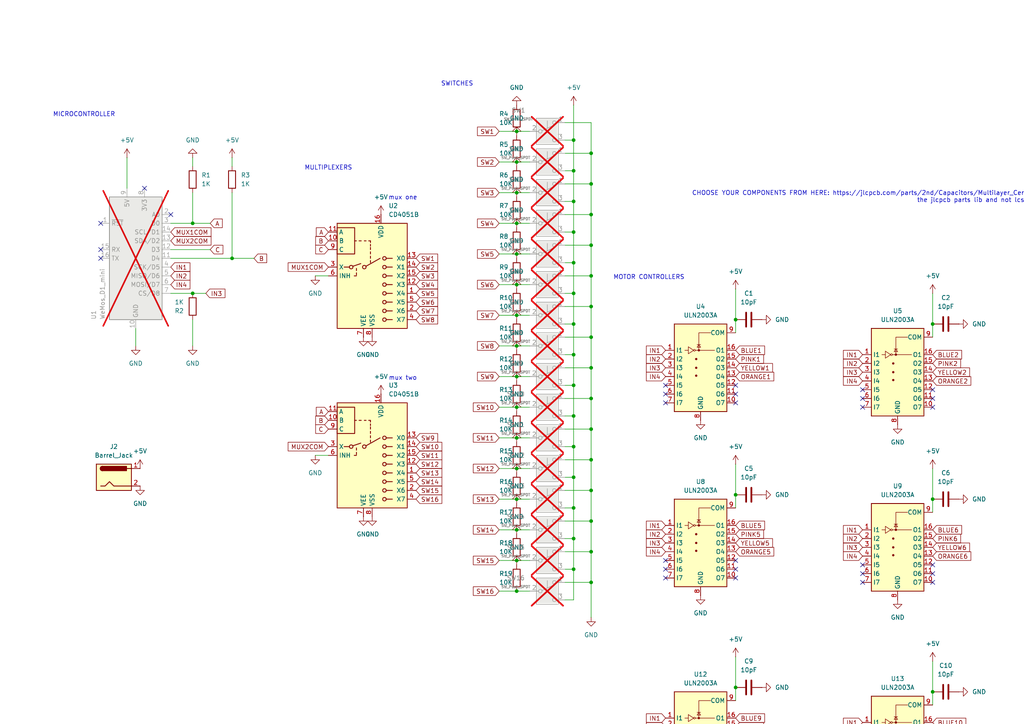
<source format=kicad_sch>
(kicad_sch (version 20231120) (generator "eeschema") (generator_version "8.0")
  (paper "A4")
  (junction (at 477.52 58.42))
  (junction (at 166.37 147.32))
  (junction (at 213.36 251.46))
  (junction (at 166.37 40.64))
  (junction (at 547.37 13.97))
  (junction (at 171.45 133.35))
  (junction (at 149.86 127))
  (junction (at 171.45 71.12))
  (junction (at 149.86 171.45))
  (junction (at 55.88 64.77))
  (junction (at 171.45 53.34))
  (junction (at 166.37 85.09))
  (junction (at 326.39 92.71))
  (junction (at 149.86 91.44))
  (junction (at 171.45 62.23))
  (junction (at 171.45 106.68))
  (junction (at 67.31 74.93))
  (junction (at 549.91 241.3))
  (junction (at 383.54 92.71))
  (junction (at 477.52 105.41))
  (junction (at 270.51 144.78))
  (junction (at 149.86 55.88))
  (junction (at 213.36 143.51))
  (junction (at 171.45 124.46))
  (junction (at 549.91 196.85))
  (junction (at 213.36 199.39))
  (junction (at 149.86 100.33))
  (junction (at 171.45 88.9))
  (junction (at 149.86 162.56))
  (junction (at 149.86 135.89))
  (junction (at 480.06 241.3))
  (junction (at 383.54 199.39))
  (junction (at 171.45 97.79))
  (junction (at 478.79 151.13))
  (junction (at 171.45 160.02))
  (junction (at 270.51 93.98))
  (junction (at 213.36 92.71))
  (junction (at 270.51 200.66))
  (junction (at 171.45 151.13))
  (junction (at 166.37 129.54))
  (junction (at 326.39 143.51))
  (junction (at 171.45 115.57))
  (junction (at 55.88 85.09))
  (junction (at 166.37 93.98))
  (junction (at 149.86 73.66))
  (junction (at 166.37 58.42))
  (junction (at 171.45 44.45))
  (junction (at 166.37 76.2))
  (junction (at 149.86 118.11))
  (junction (at 166.37 120.65))
  (junction (at 480.06 285.75))
  (junction (at 171.45 168.91))
  (junction (at 547.37 58.42))
  (junction (at 149.86 82.55))
  (junction (at 149.86 38.1))
  (junction (at 326.39 199.39))
  (junction (at 383.54 143.51))
  (junction (at 270.51 251.46))
  (junction (at 548.64 151.13))
  (junction (at 166.37 111.76))
  (junction (at 149.86 144.78))
  (junction (at 149.86 64.77))
  (junction (at 149.86 46.99))
  (junction (at 477.52 13.97))
  (junction (at 166.37 165.1))
  (junction (at 166.37 67.31))
  (junction (at 149.86 153.67))
  (junction (at 166.37 102.87))
  (junction (at 166.37 49.53))
  (junction (at 166.37 138.43))
  (junction (at 171.45 142.24))
  (junction (at 549.91 285.75))
  (junction (at 149.86 109.22))
  (junction (at 171.45 80.01))
  (junction (at 547.37 105.41))
  (junction (at 166.37 156.21))
  (junction (at 480.06 196.85))
  (no_connect (at 326.39 165.1))
  (no_connect (at 383.54 165.1))
  (no_connect (at 250.19 222.25))
  (no_connect (at 270.51 273.05))
  (no_connect (at 250.19 219.71))
  (no_connect (at 250.19 273.05))
  (no_connect (at 193.04 116.84))
  (no_connect (at 270.51 113.03))
  (no_connect (at 383.54 162.56))
  (no_connect (at 306.07 162.56))
  (no_connect (at 363.22 223.52))
  (no_connect (at 193.04 111.76))
  (no_connect (at 213.36 167.64))
  (no_connect (at 270.51 270.51))
  (no_connect (at 250.19 163.83))
  (no_connect (at 363.22 111.76))
  (no_connect (at 213.36 114.3))
  (no_connect (at 193.04 275.59))
  (no_connect (at 270.51 168.91))
  (no_connect (at 270.51 222.25))
  (no_connect (at 270.51 118.11))
  (no_connect (at 193.04 220.98))
  (no_connect (at 213.36 270.51))
  (no_connect (at 213.36 116.84))
  (no_connect (at 306.07 111.76))
  (no_connect (at 193.04 218.44))
  (no_connect (at 363.22 114.3))
  (no_connect (at 270.51 163.83))
  (no_connect (at 29.21 74.93))
  (no_connect (at 306.07 116.84))
  (no_connect (at 306.07 165.1))
  (no_connect (at 41.91 54.61))
  (no_connect (at 250.19 270.51))
  (no_connect (at 193.04 114.3))
  (no_connect (at 213.36 165.1))
  (no_connect (at 383.54 111.76))
  (no_connect (at 49.53 62.23))
  (no_connect (at 363.22 218.44))
  (no_connect (at 193.04 167.64))
  (no_connect (at 326.39 162.56))
  (no_connect (at 250.19 224.79))
  (no_connect (at 213.36 218.44))
  (no_connect (at 326.39 114.3))
  (no_connect (at 306.07 223.52))
  (no_connect (at 250.19 115.57))
  (no_connect (at 306.07 220.98))
  (no_connect (at 193.04 223.52))
  (no_connect (at 306.07 167.64))
  (no_connect (at 383.54 218.44))
  (no_connect (at 363.22 165.1))
  (no_connect (at 363.22 220.98))
  (no_connect (at 383.54 223.52))
  (no_connect (at 193.04 162.56))
  (no_connect (at 29.21 72.39))
  (no_connect (at 250.19 118.11))
  (no_connect (at 383.54 114.3))
  (no_connect (at 213.36 111.76))
  (no_connect (at 383.54 116.84))
  (no_connect (at 193.04 165.1))
  (no_connect (at 326.39 218.44))
  (no_connect (at 363.22 116.84))
  (no_connect (at 326.39 220.98))
  (no_connect (at 363.22 162.56))
  (no_connect (at 193.04 270.51))
  (no_connect (at 270.51 224.79))
  (no_connect (at 270.51 166.37))
  (no_connect (at 250.19 166.37))
  (no_connect (at 250.19 113.03))
  (no_connect (at 213.36 273.05))
  (no_connect (at 250.19 168.91))
  (no_connect (at 326.39 167.64))
  (no_connect (at 326.39 116.84))
  (no_connect (at 213.36 223.52))
  (no_connect (at 383.54 220.98))
  (no_connect (at 363.22 167.64))
  (no_connect (at 193.04 273.05))
  (no_connect (at 306.07 218.44))
  (no_connect (at 326.39 223.52))
  (no_connect (at 270.51 219.71))
  (no_connect (at 250.19 275.59))
  (no_connect (at 270.51 275.59))
  (no_connect (at 213.36 220.98))
  (no_connect (at 213.36 162.56))
  (no_connect (at 213.36 275.59))
  (no_connect (at 29.21 64.77))
  (no_connect (at 270.51 115.57))
  (no_connect (at 306.07 114.3))
  (no_connect (at 383.54 167.64))
  (no_connect (at 326.39 111.76))
  (wire (pts (xy 163.83 44.45) (xy 171.45 44.45)))
  (wire (pts (xy 163.83 165.1) (xy 166.37 165.1)))
  (wire (pts (xy 144.78 171.45) (xy 149.86 171.45)))
  (wire (pts (xy 326.39 92.71) (xy 326.39 96.52)))
  (wire (pts (xy 144.78 109.22) (xy 149.86 109.22)))
  (wire (pts (xy 55.88 64.77) (xy 60.96 64.77)))
  (wire (pts (xy 144.78 82.55) (xy 149.86 82.55)))
  (wire (pts (xy 163.83 53.34) (xy 171.45 53.34)))
  (wire (pts (xy 166.37 102.87) (xy 166.37 111.76)))
  (wire (pts (xy 480.06 195.58) (xy 480.06 196.85)))
  (wire (pts (xy 478.79 149.86) (xy 478.79 151.13)))
  (wire (pts (xy 55.88 85.09) (xy 59.69 85.09)))
  (wire (pts (xy 478.79 151.13) (xy 478.79 152.4)))
  (wire (pts (xy 144.78 46.99) (xy 149.86 46.99)))
  (wire (pts (xy 171.45 71.12) (xy 171.45 80.01)))
  (wire (pts (xy 326.39 83.82) (xy 326.39 92.71)))
  (wire (pts (xy 166.37 49.53) (xy 166.37 58.42)))
  (wire (pts (xy 49.53 85.09) (xy 55.88 85.09)))
  (wire (pts (xy 166.37 147.32) (xy 166.37 156.21)))
  (wire (pts (xy 166.37 93.98) (xy 166.37 102.87)))
  (wire (pts (xy 55.88 45.72) (xy 55.88 48.26)))
  (wire (pts (xy 166.37 156.21) (xy 166.37 165.1)))
  (wire (pts (xy 166.37 40.64) (xy 166.37 49.53)))
  (wire (pts (xy 163.83 147.32) (xy 166.37 147.32)))
  (wire (pts (xy 270.51 242.57) (xy 270.51 251.46)))
  (wire (pts (xy 144.78 135.89) (xy 149.86 135.89)))
  (wire (pts (xy 163.83 120.65) (xy 166.37 120.65)))
  (wire (pts (xy 163.83 106.68) (xy 171.45 106.68)))
  (wire (pts (xy 270.51 144.78) (xy 270.51 148.59)))
  (wire (pts (xy 166.37 30.48) (xy 166.37 40.64)))
  (wire (pts (xy 171.45 106.68) (xy 171.45 115.57)))
  (wire (pts (xy 163.83 124.46) (xy 171.45 124.46)))
  (wire (pts (xy 383.54 190.5) (xy 383.54 199.39)))
  (wire (pts (xy 171.45 160.02) (xy 171.45 168.91)))
  (wire (pts (xy 171.45 62.23) (xy 171.45 71.12)))
  (wire (pts (xy 326.39 199.39) (xy 326.39 203.2)))
  (wire (pts (xy 166.37 67.31) (xy 166.37 76.2)))
  (wire (pts (xy 55.88 55.88) (xy 55.88 64.77)))
  (wire (pts (xy 149.86 127) (xy 153.67 127)))
  (wire (pts (xy 95.25 80.01) (xy 91.44 80.01)))
  (wire (pts (xy 480.06 241.3) (xy 480.06 242.57)))
  (wire (pts (xy 163.83 62.23) (xy 171.45 62.23)))
  (wire (pts (xy 163.83 67.31) (xy 166.37 67.31)))
  (wire (pts (xy 171.45 35.56) (xy 171.45 44.45)))
  (wire (pts (xy 163.83 133.35) (xy 171.45 133.35)))
  (wire (pts (xy 149.86 38.1) (xy 153.67 38.1)))
  (wire (pts (xy 270.51 135.89) (xy 270.51 144.78)))
  (wire (pts (xy 326.39 143.51) (xy 326.39 147.32)))
  (wire (pts (xy 383.54 134.62) (xy 383.54 143.51)))
  (wire (pts (xy 163.83 129.54) (xy 166.37 129.54)))
  (wire (pts (xy 171.45 124.46) (xy 171.45 133.35)))
  (wire (pts (xy 163.83 88.9) (xy 171.45 88.9)))
  (wire (pts (xy 213.36 134.62) (xy 213.36 143.51)))
  (wire (pts (xy 326.39 134.62) (xy 326.39 143.51)))
  (wire (pts (xy 163.83 80.01) (xy 171.45 80.01)))
  (wire (pts (xy 166.37 129.54) (xy 166.37 138.43)))
  (wire (pts (xy 166.37 120.65) (xy 166.37 129.54)))
  (wire (pts (xy 213.36 143.51) (xy 213.36 147.32)))
  (wire (pts (xy 144.78 100.33) (xy 149.86 100.33)))
  (wire (pts (xy 171.45 97.79) (xy 171.45 106.68)))
  (wire (pts (xy 547.37 12.7) (xy 547.37 13.97)))
  (wire (pts (xy 144.78 55.88) (xy 149.86 55.88)))
  (wire (pts (xy 149.86 109.22) (xy 153.67 109.22)))
  (wire (pts (xy 166.37 165.1) (xy 166.37 173.99)))
  (wire (pts (xy 549.91 285.75) (xy 549.91 287.02)))
  (wire (pts (xy 171.45 168.91) (xy 171.45 179.07)))
  (wire (pts (xy 166.37 138.43) (xy 166.37 147.32)))
  (wire (pts (xy 95.25 132.08) (xy 91.44 132.08)))
  (wire (pts (xy 549.91 196.85) (xy 549.91 198.12)))
  (wire (pts (xy 547.37 13.97) (xy 547.37 15.24)))
  (wire (pts (xy 67.31 74.93) (xy 73.66 74.93)))
  (wire (pts (xy 549.91 240.03) (xy 549.91 241.3)))
  (wire (pts (xy 144.78 38.1) (xy 149.86 38.1)))
  (wire (pts (xy 383.54 92.71) (xy 383.54 96.52)))
  (wire (pts (xy 548.64 151.13) (xy 548.64 152.4)))
  (wire (pts (xy 144.78 127) (xy 149.86 127)))
  (wire (pts (xy 149.86 118.11) (xy 153.67 118.11)))
  (wire (pts (xy 149.86 100.33) (xy 153.67 100.33)))
  (wire (pts (xy 383.54 199.39) (xy 383.54 203.2)))
  (wire (pts (xy 171.45 88.9) (xy 171.45 97.79)))
  (wire (pts (xy 171.45 53.34) (xy 171.45 62.23)))
  (wire (pts (xy 144.78 162.56) (xy 149.86 162.56)))
  (wire (pts (xy 477.52 13.97) (xy 477.52 15.24)))
  (wire (pts (xy 547.37 104.14) (xy 547.37 105.41)))
  (wire (pts (xy 213.36 92.71) (xy 213.36 96.52)))
  (wire (pts (xy 480.06 196.85) (xy 480.06 198.12)))
  (wire (pts (xy 166.37 111.76) (xy 166.37 120.65)))
  (wire (pts (xy 213.36 199.39) (xy 213.36 203.2)))
  (wire (pts (xy 163.83 151.13) (xy 171.45 151.13)))
  (wire (pts (xy 163.83 168.91) (xy 171.45 168.91)))
  (wire (pts (xy 163.83 49.53) (xy 166.37 49.53)))
  (wire (pts (xy 49.53 72.39) (xy 60.96 72.39)))
  (wire (pts (xy 67.31 45.72) (xy 67.31 48.26)))
  (wire (pts (xy 163.83 138.43) (xy 166.37 138.43)))
  (wire (pts (xy 480.06 284.48) (xy 480.06 285.75)))
  (wire (pts (xy 213.36 83.82) (xy 213.36 92.71)))
  (wire (pts (xy 547.37 58.42) (xy 547.37 59.69)))
  (wire (pts (xy 171.45 133.35) (xy 171.45 142.24)))
  (wire (pts (xy 171.45 44.45) (xy 171.45 53.34)))
  (wire (pts (xy 149.86 55.88) (xy 153.67 55.88)))
  (wire (pts (xy 144.78 64.77) (xy 149.86 64.77)))
  (wire (pts (xy 270.51 251.46) (xy 270.51 255.27)))
  (wire (pts (xy 477.52 57.15) (xy 477.52 58.42)))
  (wire (pts (xy 163.83 173.99) (xy 166.37 173.99)))
  (wire (pts (xy 149.86 171.45) (xy 153.67 171.45)))
  (wire (pts (xy 49.53 74.93) (xy 67.31 74.93)))
  (wire (pts (xy 149.86 73.66) (xy 153.67 73.66)))
  (wire (pts (xy 171.45 115.57) (xy 171.45 124.46)))
  (wire (pts (xy 149.86 64.77) (xy 153.67 64.77)))
  (wire (pts (xy 163.83 58.42) (xy 166.37 58.42)))
  (wire (pts (xy 149.86 82.55) (xy 153.67 82.55)))
  (wire (pts (xy 270.51 85.09) (xy 270.51 93.98)))
  (wire (pts (xy 149.86 153.67) (xy 153.67 153.67)))
  (wire (pts (xy 144.78 91.44) (xy 149.86 91.44)))
  (wire (pts (xy 163.83 102.87) (xy 166.37 102.87)))
  (wire (pts (xy 163.83 85.09) (xy 166.37 85.09)))
  (wire (pts (xy 163.83 76.2) (xy 166.37 76.2)))
  (wire (pts (xy 149.86 144.78) (xy 153.67 144.78)))
  (wire (pts (xy 163.83 35.56) (xy 171.45 35.56)))
  (wire (pts (xy 163.83 71.12) (xy 171.45 71.12)))
  (wire (pts (xy 36.83 45.72) (xy 36.83 54.61)))
  (wire (pts (xy 477.52 105.41) (xy 477.52 106.68)))
  (wire (pts (xy 548.64 149.86) (xy 548.64 151.13)))
  (wire (pts (xy 171.45 80.01) (xy 171.45 88.9)))
  (wire (pts (xy 171.45 142.24) (xy 171.45 151.13)))
  (wire (pts (xy 149.86 135.89) (xy 153.67 135.89)))
  (wire (pts (xy 163.83 97.79) (xy 171.45 97.79)))
  (wire (pts (xy 383.54 143.51) (xy 383.54 147.32)))
  (wire (pts (xy 477.52 58.42) (xy 477.52 59.69)))
  (wire (pts (xy 166.37 58.42) (xy 166.37 67.31)))
  (wire (pts (xy 163.83 115.57) (xy 171.45 115.57)))
  (wire (pts (xy 163.83 156.21) (xy 166.37 156.21)))
  (wire (pts (xy 477.52 12.7) (xy 477.52 13.97)))
  (wire (pts (xy 480.06 285.75) (xy 480.06 287.02)))
  (wire (pts (xy 67.31 55.88) (xy 67.31 74.93)))
  (wire (pts (xy 549.91 241.3) (xy 549.91 242.57)))
  (wire (pts (xy 547.37 105.41) (xy 547.37 106.68)))
  (wire (pts (xy 383.54 83.82) (xy 383.54 92.71)))
  (wire (pts (xy 480.06 240.03) (xy 480.06 241.3)))
  (wire (pts (xy 163.83 93.98) (xy 166.37 93.98)))
  (wire (pts (xy 166.37 85.09) (xy 166.37 93.98)))
  (wire (pts (xy 163.83 160.02) (xy 171.45 160.02)))
  (wire (pts (xy 144.78 153.67) (xy 149.86 153.67)))
  (wire (pts (xy 149.86 91.44) (xy 153.67 91.44)))
  (wire (pts (xy 549.91 195.58) (xy 549.91 196.85)))
  (wire (pts (xy 144.78 73.66) (xy 149.86 73.66)))
  (wire (pts (xy 149.86 162.56) (xy 153.67 162.56)))
  (wire (pts (xy 213.36 190.5) (xy 213.36 199.39)))
  (wire (pts (xy 163.83 111.76) (xy 166.37 111.76)))
  (wire (pts (xy 270.51 93.98) (xy 270.51 97.79)))
  (wire (pts (xy 270.51 191.77) (xy 270.51 200.66)))
  (wire (pts (xy 549.91 284.48) (xy 549.91 285.75)))
  (wire (pts (xy 166.37 76.2) (xy 166.37 85.09)))
  (wire (pts (xy 477.52 104.14) (xy 477.52 105.41)))
  (wire (pts (xy 213.36 242.57) (xy 213.36 251.46)))
  (wire (pts (xy 39.37 95.25) (xy 39.37 100.33)))
  (wire (pts (xy 166.37 40.64) (xy 163.83 40.64)))
  (wire (pts (xy 171.45 151.13) (xy 171.45 160.02)))
  (wire (pts (xy 326.39 190.5) (xy 326.39 199.39)))
  (wire (pts (xy 144.78 118.11) (xy 149.86 118.11)))
  (wire (pts (xy 49.53 64.77) (xy 55.88 64.77)))
  (wire (pts (xy 55.88 92.71) (xy 55.88 100.33)))
  (wire (pts (xy 163.83 142.24) (xy 171.45 142.24)))
  (wire (pts (xy 144.78 144.78) (xy 149.86 144.78)))
  (wire (pts (xy 149.86 46.99) (xy 153.67 46.99)))
  (wire (pts (xy 270.51 200.66) (xy 270.51 204.47)))
  (wire (pts (xy 213.36 251.46) (xy 213.36 255.27)))
  (wire (pts (xy 547.37 57.15) (xy 547.37 58.42)))
  (text "pink coil 2" (at 524.764 145.034 0) (effects (font (size 1.27 1.27))))
  (text "blue coil 4" (at 539.75 207.518 90) (effects (font (size 1.27 1.27))))
  (text "yellow coil 3" (at 522.224 274.574 0) (effects (font (size 1.27 1.27))))
  (text "orange coil 1" (at 542.29 31.496 90) (effects (font (size 1.27 1.27))))
  (text "pink coil 2" (at 456.184 235.204 0) (effects (font (size 1.27 1.27))))
  (text "orange coil 1" (at 544.83 258.826 90) (effects (font (size 1.27 1.27))))
  (text "orange coil 1" (at 542.29 75.946 90) (effects (font (size 1.27 1.27))))
  (text "pink coil 2" (at 454.914 145.034 0) (effects (font (size 1.27 1.27))))
  (text "yellow coil 3" (at 449.834 47.244 0) (effects (font (size 1.27 1.27))))
  (text "orange coil 1" (at 474.98 214.376 90) (effects (font (size 1.27 1.27))))
  (text "pink coil 2" (at 453.644 52.324 0) (effects (font (size 1.27 1.27))))
  (text "yellow coil 3" (at 522.224 185.674 0) (effects (font (size 1.27 1.27))))
  (text "orange coil 1" (at 472.44 31.496 90) (effects (font (size 1.27 1.27))))
  (text "blue coil 4" (at 539.75 296.418 90) (effects (font (size 1.27 1.27))))
  (text "orange coil 1" (at 474.98 258.826 90) (effects (font (size 1.27 1.27))))
  (text "blue coil 4" (at 467.36 69.088 90) (effects (font (size 1.27 1.27))))
  (text "yellow coil 3" (at 519.684 94.234 0) (effects (font (size 1.27 1.27))))
  (text "yellow coil 3" (at 451.104 139.954 0) (effects (font (size 1.27 1.27))))
  (text "MICROCONTROLLER\n" (at 24.384 33.274 0) (effects (font (size 1.27 1.27))))
  (text "yellow coil 3" (at 452.374 230.124 0) (effects (font (size 1.27 1.27))))
  (text "mux two\n" (at 116.84 109.728 0) (effects (font (size 1.27 1.27))))
  (text "orange coil 1" (at 472.44 75.946 90) (effects (font (size 1.27 1.27))))
  (text "pink coil 2" (at 526.034 279.654 0) (effects (font (size 1.27 1.27))))
  (text "blue coil 4" (at 469.9 207.518 90) (effects (font (size 1.27 1.27))))
  (text "blue coil 4" (at 537.21 116.078 90) (effects (font (size 1.27 1.27))))
  (text "orange coil 1" (at 543.56 168.656 90) (effects (font (size 1.27 1.27))))
  (text "yellow coil 3" (at 449.834 2.794 0) (effects (font (size 1.27 1.27))))
  (text "yellow coil 3" (at 452.374 274.574 0) (effects (font (size 1.27 1.27))))
  (text "blue coil 4" (at 539.75 251.968 90) (effects (font (size 1.27 1.27))))
  (text "pink coil 2" (at 526.034 190.754 0) (effects (font (size 1.27 1.27))))
  (text "yellow coil 3" (at 449.834 94.234 0) (effects (font (size 1.27 1.27))))
  (text "blue coil 4" (at 538.48 161.798 90) (effects (font (size 1.27 1.27))))
  (text "yellow coil 3" (at 519.684 47.244 0) (effects (font (size 1.27 1.27))))
  (text "orange coil 1" (at 472.44 122.936 90) (effects (font (size 1.27 1.27))))
  (text "pink coil 2" (at 523.494 99.314 0) (effects (font (size 1.27 1.27))))
  (text "orange coil 1" (at 544.83 303.276 90) (effects (font (size 1.27 1.27))))
  (text "blue coil 4" (at 537.21 69.088 90) (effects (font (size 1.27 1.27))))
  (text "pink coil 2" (at 523.494 7.874 0) (effects (font (size 1.27 1.27))))
  (text "pink coil 2" (at 523.494 52.324 0) (effects (font (size 1.27 1.27))))
  (text "blue coil 4" (at 469.9 296.418 90) (effects (font (size 1.27 1.27))))
  (text "yellow coil 3" (at 519.684 2.794 0) (effects (font (size 1.27 1.27))))
  (text "pink coil 2" (at 456.184 279.654 0) (effects (font (size 1.27 1.27))))
  (text "SWITCHES\n" (at 132.588 24.384 0) (effects (font (size 1.27 1.27))))
  (text "MOTOR CONTROLLERS" (at 188.214 80.518 0) (effects (font (size 1.27 1.27))))
  (text "orange coil 1" (at 474.98 303.276 90) (effects (font (size 1.27 1.27))))
  (text "yellow coil 3" (at 452.374 185.674 0) (effects (font (size 1.27 1.27))))
  (text "orange coil 1" (at 544.83 214.376 90) (effects (font (size 1.27 1.27))))
  (text "CHOOSE YOUR COMPONENTS FROM HERE: https://jlcpcb.com/parts/2nd/Capacitors/Multilayer_Ceramic_Capacitors_MLCC_SMD_SMT_33?spm=search&searchTxt=10pf%20\nthe jlcpcb parts lib and not lcsc!!" (at 282.702 57.15 0) (effects (font (size 1.27 1.27))))
  (text "yellow coil 3" (at 520.954 139.954 0) (effects (font (size 1.27 1.27))))
  (text "MULTIPLEXERS" (at 95.25 48.768 0) (effects (font (size 1.27 1.27))))
  (text "blue coil 4" (at 468.63 161.798 90) (effects (font (size 1.27 1.27))))
  (text "orange coil 1" (at 542.29 122.936 90) (effects (font (size 1.27 1.27))))
  (text "yellow coil 3" (at 522.224 230.124 0) (effects (font (size 1.27 1.27))))
  (text "pink coil 2" (at 526.034 235.204 0) (effects (font (size 1.27 1.27))))
  (text "mux one\n" (at 116.84 57.404 0) (effects (font (size 1.27 1.27))))
  (text "pink coil 2" (at 456.184 190.754 0) (effects (font (size 1.27 1.27))))
  (text "orange coil 1" (at 473.71 168.656 90) (effects (font (size 1.27 1.27))))
  (text "pink coil 2" (at 453.644 99.314 0) (effects (font (size 1.27 1.27))))
  (text "blue coil 4" (at 467.36 24.638 90) (effects (font (size 1.27 1.27))))
  (text "blue coil 4" (at 469.9 251.968 90) (effects (font (size 1.27 1.27))))
  (text "blue coil 4" (at 537.21 24.638 90) (effects (font (size 1.27 1.27))))
  (text "pink coil 2" (at 453.644 7.874 0) (effects (font (size 1.27 1.27))))
  (text "blue coil 4" (at 467.36 116.078 90) (effects (font (size 1.27 1.27))))
  (global_label "YELLOW4" (shape input) (at 383.54 106.68 0) (property "Intersheetrefs" "${INTERSHEET_REFS}" (effects (hide yes))))
  (global_label "IN4" (shape input) (at 306.07 215.9 180) (property "Intersheetrefs" "${INTERSHEET_REFS}" (effects (hide yes))))
  (global_label "YELLOW6" (shape input) (at 270.51 158.75 0) (property "Intersheetrefs" "${INTERSHEET_REFS}" (effects (hide yes))))
  (global_label "PINK1" (shape input) (at 467.36 7.62 180) (property "Intersheetrefs" "${INTERSHEET_REFS}" (effects (hide yes))))
  (global_label "SW16" (shape input) (at 144.78 171.45 180) (property "Intersheetrefs" "${INTERSHEET_REFS}" (effects (hide yes))))
  (global_label "MUX1COM" (shape input) (at 95.25 77.47 180) (property "Intersheetrefs" "${INTERSHEET_REFS}" (effects (hide yes))))
  (global_label "BLUE5" (shape input) (at 213.36 152.4 0) (property "Intersheetrefs" "${INTERSHEET_REFS}" (effects (hide yes))))
  (global_label "ORANGE3" (shape input) (at 326.39 109.22 0) (property "Intersheetrefs" "${INTERSHEET_REFS}" (effects (hide yes))))
  (global_label "BLUE3" (shape input) (at 326.39 101.6 0) (property "Intersheetrefs" "${INTERSHEET_REFS}" (effects (hide yes))))
  (global_label "YELLOW13" (shape input) (at 213.36 265.43 0) (property "Intersheetrefs" "${INTERSHEET_REFS}" (effects (hide yes))))
  (global_label "PINK12" (shape input) (at 383.54 210.82 0) (property "Intersheetrefs" "${INTERSHEET_REFS}" (effects (hide yes))))
  (global_label "SW3" (shape input) (at 144.78 55.88 180) (property "Intersheetrefs" "${INTERSHEET_REFS}" (effects (hide yes))))
  (global_label "RED" (shape input) (at 547.37 59.69 270) (property "Intersheetrefs" "${INTERSHEET_REFS}" (effects (hide yes))))
  (global_label "ORANGE10" (shape input) (at 542.29 104.14 270) (property "Intersheetrefs" "${INTERSHEET_REFS}" (effects (hide yes))))
  (global_label "IN1" (shape input) (at 306.07 208.28 180) (property "Intersheetrefs" "${INTERSHEET_REFS}" (effects (hide yes))))
  (global_label "IN4" (shape input) (at 193.04 109.22 180) (property "Intersheetrefs" "${INTERSHEET_REFS}" (effects (hide yes))))
  (global_label "BLUE8" (shape input) (at 383.54 152.4 0) (property "Intersheetrefs" "${INTERSHEET_REFS}" (effects (hide yes))))
  (global_label "C" (shape input) (at 95.25 124.46 180) (property "Intersheetrefs" "${INTERSHEET_REFS}" (effects (hide yes))))
  (global_label "IN1" (shape input) (at 250.19 153.67 180) (property "Intersheetrefs" "${INTERSHEET_REFS}" (effects (hide yes))))
  (global_label "SW7" (shape input) (at 144.78 91.44 180) (property "Intersheetrefs" "${INTERSHEET_REFS}" (effects (hide yes))))
  (global_label "IN2" (shape input) (at 193.04 262.89 180) (property "Intersheetrefs" "${INTERSHEET_REFS}" (effects (hide yes))))
  (global_label "RED" (shape input) (at 547.37 106.68 270) (property "Intersheetrefs" "${INTERSHEET_REFS}" (effects (hide yes))))
  (global_label "PINK1" (shape input) (at 213.36 104.14 0) (property "Intersheetrefs" "${INTERSHEET_REFS}" (effects (hide yes))))
  (global_label "PINK11" (shape input) (at 538.48 144.78 180) (property "Intersheetrefs" "${INTERSHEET_REFS}" (effects (hide yes))))
  (global_label "PINK8" (shape input) (at 383.54 154.94 0) (property "Intersheetrefs" "${INTERSHEET_REFS}" (effects (hide yes))))
  (global_label "IN4" (shape input) (at 306.07 160.02 180) (property "Intersheetrefs" "${INTERSHEET_REFS}" (effects (hide yes))))
  (global_label "ORANGE6" (shape input) (at 270.51 161.29 0) (property "Intersheetrefs" "${INTERSHEET_REFS}" (effects (hide yes))))
  (global_label "C" (shape input) (at 60.96 72.39 0) (property "Intersheetrefs" "${INTERSHEET_REFS}" (effects (hide yes))))
  (global_label "IN3" (shape input) (at 250.19 214.63 180) (property "Intersheetrefs" "${INTERSHEET_REFS}" (effects (hide yes))))
  (global_label "IN2" (shape input) (at 49.53 80.01 0) (property "Intersheetrefs" "${INTERSHEET_REFS}" (effects (hide yes))))
  (global_label "ORANGE5" (shape input) (at 474.98 195.58 270) (property "Intersheetrefs" "${INTERSHEET_REFS}" (effects (hide yes))))
  (global_label "B" (shape input) (at 73.66 74.93 0) (property "Intersheetrefs" "${INTERSHEET_REFS}" (effects (hide yes))))
  (global_label "PINK3" (shape input) (at 326.39 104.14 0) (property "Intersheetrefs" "${INTERSHEET_REFS}" (effects (hide yes))))
  (global_label "YELLOW14" (shape input) (at 270.51 265.43 0) (property "Intersheetrefs" "${INTERSHEET_REFS}" (effects (hide yes))))
  (global_label "YELLOW11" (shape input) (at 326.39 213.36 0) (property "Intersheetrefs" "${INTERSHEET_REFS}" (effects (hide yes))))
  (global_label "SW15" (shape input) (at 144.78 162.56 180) (property "Intersheetrefs" "${INTERSHEET_REFS}" (effects (hide yes))))
  (global_label "PINK7" (shape input) (at 326.39 154.94 0) (property "Intersheetrefs" "${INTERSHEET_REFS}" (effects (hide yes))))
  (global_label "BLUE6" (shape input) (at 469.9 237.49 270) (property "Intersheetrefs" "${INTERSHEET_REFS}" (effects (hide yes))))
  (global_label "BLUE4" (shape input) (at 383.54 101.6 0) (property "Intersheetrefs" "${INTERSHEET_REFS}" (effects (hide yes))))
  (global_label "IN4" (shape input) (at 193.04 160.02 180) (property "Intersheetrefs" "${INTERSHEET_REFS}" (effects (hide yes))))
  (global_label "BLUE7" (shape input) (at 469.9 281.94 270) (property "Intersheetrefs" "${INTERSHEET_REFS}" (effects (hide yes))))
  (global_label "IN3" (shape input) (at 363.22 213.36 180) (property "Intersheetrefs" "${INTERSHEET_REFS}" (effects (hide yes))))
  (global_label "IN4" (shape input) (at 250.19 217.17 180) (property "Intersheetrefs" "${INTERSHEET_REFS}" (effects (hide yes))))
  (global_label "YELLOW4" (shape input) (at 468.63 139.7 180) (property "Intersheetrefs" "${INTERSHEET_REFS}" (effects (hide yes))))
  (global_label "IN3" (shape input) (at 59.69 85.09 0) (property "Intersheetrefs" "${INTERSHEET_REFS}" (effects (hide yes))))
  (global_label "MUX2COM" (shape input) (at 49.53 69.85 0) (property "Intersheetrefs" "${INTERSHEET_REFS}" (effects (hide yes))))
  (global_label "IN4" (shape input) (at 363.22 109.22 180) (property "Intersheetrefs" "${INTERSHEET_REFS}" (effects (hide yes))))
  (global_label "BLUE13" (shape input) (at 213.36 260.35 0) (property "Intersheetrefs" "${INTERSHEET_REFS}" (effects (hide yes))))
  (global_label "SW7" (shape input) (at 120.65 90.17 0) (property "Intersheetrefs" "${INTERSHEET_REFS}" (effects (hide yes))))
  (global_label "BLUE2" (shape input) (at 467.36 54.61 270) (property "Intersheetrefs" "${INTERSHEET_REFS}" (effects (hide yes))))
  (global_label "ORANGE7" (shape input) (at 326.39 160.02 0) (property "Intersheetrefs" "${INTERSHEET_REFS}" (effects (hide yes))))
  (global_label "BLUE4" (shape input) (at 468.63 147.32 270) (property "Intersheetrefs" "${INTERSHEET_REFS}" (effects (hide yes))))
  (global_label "SW12" (shape input) (at 120.65 134.62 0) (property "Intersheetrefs" "${INTERSHEET_REFS}" (effects (hide yes))))
  (global_label "BLUE10" (shape input) (at 537.21 101.6 270) (property "Intersheetrefs" "${INTERSHEET_REFS}" (effects (hide yes))))
  (global_label "IN3" (shape input) (at 193.04 213.36 180) (property "Intersheetrefs" "${INTERSHEET_REFS}" (effects (hide yes))))
  (global_label "BLUE14" (shape input) (at 270.51 260.35 0) (property "Intersheetrefs" "${INTERSHEET_REFS}" (effects (hide yes))))
  (global_label "IN4" (shape input) (at 193.04 267.97 180) (property "Intersheetrefs" "${INTERSHEET_REFS}" (effects (hide yes))))
  (global_label "SW10" (shape input) (at 144.78 118.11 180) (property "Intersheetrefs" "${INTERSHEET_REFS}" (effects (hide yes))))
  (global_label "BLUE5" (shape input) (at 469.9 193.04 270) (property "Intersheetrefs" "${INTERSHEET_REFS}" (effects (hide yes))))
  (global_label "IN1" (shape input) (at 193.04 101.6 180) (property "Intersheetrefs" "${INTERSHEET_REFS}" (effects (hide yes))))
  (global_label "SW11" (shape input) (at 120.65 132.08 0) (property "Intersheetrefs" "${INTERSHEET_REFS}" (effects (hide yes))))
  (global_label "IN3" (shape input) (at 363.22 106.68 180) (property "Intersheetrefs" "${INTERSHEET_REFS}" (effects (hide yes))))
  (global_label "ORANGE8" (shape input) (at 542.29 12.7 270) (property "Intersheetrefs" "${INTERSHEET_REFS}" (effects (hide yes))))
  (global_label "MUX1COM" (shape input) (at 49.53 67.31 0) (property "Intersheetrefs" "${INTERSHEET_REFS}" (effects (hide yes))))
  (global_label "BLUE14" (shape input) (at 539.75 281.94 270) (property "Intersheetrefs" "${INTERSHEET_REFS}" (effects (hide yes))))
  (global_label "PINK14" (shape input) (at 270.51 262.89 0) (property "Intersheetrefs" "${INTERSHEET_REFS}" (effects (hide yes))))
  (global_label "ORANGE12" (shape input) (at 544.83 195.58 270) (property "Intersheetrefs" "${INTERSHEET_REFS}" (effects (hide yes))))
  (global_label "RED" (shape input) (at 548.64 152.4 270) (property "Intersheetrefs" "${INTERSHEET_REFS}" (effects (hide yes))))
  (global_label "ORANGE5" (shape input) (at 213.36 160.02 0) (property "Intersheetrefs" "${INTERSHEET_REFS}" (effects (hide yes))))
  (global_label "IN4" (shape input) (at 363.22 215.9 180) (property "Intersheetrefs" "${INTERSHEET_REFS}" (effects (hide yes))))
  (global_label "SW12" (shape input) (at 144.78 135.89 180) (property "Intersheetrefs" "${INTERSHEET_REFS}" (effects (hide yes))))
  (global_label "YELLOW2" (shape input) (at 270.51 107.95 0) (property "Intersheetrefs" "${INTERSHEET_REFS}" (effects (hide yes))))
  (global_label "RED" (shape input) (at 549.91 287.02 270) (property "Intersheetrefs" "${INTERSHEET_REFS}" (effects (hide yes))))
  (global_label "PINK9" (shape input) (at 537.21 52.07 180) (property "Intersheetrefs" "${INTERSHEET_REFS}" (effects (hide yes))))
  (global_label "YELLOW1" (shape input) (at 467.36 2.54 180) (property "Intersheetrefs" "${INTERSHEET_REFS}" (effects (hide yes))))
  (global_label "IN1" (shape input) (at 363.22 208.28 180) (property "Intersheetrefs" "${INTERSHEET_REFS}" (effects (hide yes))))
  (global_label "SW13" (shape input) (at 144.78 144.78 180) (property "Intersheetrefs" "${INTERSHEET_REFS}" (effects (hide yes))))
  (global_label "PINK4" (shape input) (at 383.54 104.14 0) (property "Intersheetrefs" "${INTERSHEET_REFS}" (effects (hide yes))))
  (global_label "ORANGE11" (shape input) (at 543.56 149.86 270) (property "Intersheetrefs" "${INTERSHEET_REFS}" (effects (hide yes))))
  (global_label "IN2" (shape input) (at 363.22 154.94 180) (property "Intersheetrefs" "${INTERSHEET_REFS}" (effects (hide yes))))
  (global_label "ORANGE14" (shape input) (at 544.83 284.48 270) (property "Intersheetrefs" "${INTERSHEET_REFS}" (effects (hide yes))))
  (global_label "YELLOW12" (shape input) (at 539.75 185.42 180) (property "Intersheetrefs" "${INTERSHEET_REFS}" (effects (hide yes))))
  (global_label "SW8" (shape input) (at 144.78 100.33 180) (property "Intersheetrefs" "${INTERSHEET_REFS}" (effects (hide yes))))
  (global_label "BLUE7" (shape input) (at 326.39 152.4 0) (property "Intersheetrefs" "${INTERSHEET_REFS}" (effects (hide yes))))
  (global_label "IN1" (shape input) (at 193.04 152.4 180) (property "Intersheetrefs" "${INTERSHEET_REFS}" (effects (hide yes))))
  (global_label "MUX2COM" (shape input) (at 95.25 129.54 180) (property "Intersheetrefs" "${INTERSHEET_REFS}" (effects (hide yes))))
  (global_label "A" (shape input) (at 60.96 64.77 0) (property "Intersheetrefs" "${INTERSHEET_REFS}" (effects (hide yes))))
  (global_label "IN4" (shape input) (at 250.19 110.49 180) (property "Intersheetrefs" "${INTERSHEET_REFS}" (effects (hide yes))))
  (global_label "SW6" (shape input) (at 120.65 87.63 0) (property "Intersheetrefs" "${INTERSHEET_REFS}" (effects (hide yes))))
  (global_label "IN1" (shape input) (at 250.19 209.55 180) (property "Intersheetrefs" "${INTERSHEET_REFS}" (effects (hide yes))))
  (global_label "IN3" (shape input) (at 193.04 157.48 180) (property "Intersheetrefs" "${INTERSHEET_REFS}" (effects (hide yes))))
  (global_label "PINK13" (shape input) (at 213.36 262.89 0) (property "Intersheetrefs" "${INTERSHEET_REFS}" (effects (hide yes))))
  (global_label "BLUE3" (shape input) (at 467.36 101.6 270) (property "Intersheetrefs" "${INTERSHEET_REFS}" (effects (hide yes))))
  (global_label "ORANGE4" (shape input) (at 473.71 149.86 270) (property "Intersheetrefs" "${INTERSHEET_REFS}" (effects (hide yes))))
  (global_label "IN1" (shape input) (at 363.22 152.4 180) (property "Intersheetrefs" "${INTERSHEET_REFS}" (effects (hide yes))))
  (global_label "SW2" (shape input) (at 144.78 46.99 180) (property "Intersheetrefs" "${INTERSHEET_REFS}" (effects (hide yes))))
  (global_label "IN3" (shape input) (at 306.07 213.36 180) (property "Intersheetrefs" "${INTERSHEET_REFS}" (effects (hide yes))))
  (global_label "B" (shape input) (at 95.25 121.92 180) (property "Intersheetrefs" "${INTERSHEET_REFS}" (effects (hide yes))))
  (global_label "YELLOW7" (shape input) (at 469.9 274.32 180) (property "Intersheetrefs" "${INTERSHEET_REFS}" (effects (hide yes))))
  (global_label "SW1" (shape input) (at 120.65 74.93 0) (property "Intersheetrefs" "${INTERSHEET_REFS}" (effects (hide yes))))
  (global_label "ORANGE2" (shape input) (at 472.44 57.15 270) (property "Intersheetrefs" "${INTERSHEET_REFS}" (effects (hide yes))))
  (global_label "YELLOW8" (shape input) (at 537.21 2.54 180) (property "Intersheetrefs" "${INTERSHEET_REFS}" (effects (hide yes))))
  (global_label "IN2" (shape input) (at 193.04 210.82 180) (property "Intersheetrefs" "${INTERSHEET_REFS}" (effects (hide yes))))
  (global_label "BLUE12" (shape input) (at 539.75 193.04 270) (property "Intersheetrefs" "${INTERSHEET_REFS}" (effects (hide yes))))
  (global_label "IN2" (shape input) (at 306.07 104.14 180) (property "Intersheetrefs" "${INTERSHEET_REFS}" (effects (hide yes))))
  (global_label "IN2" (shape input) (at 306.07 154.94 180) (property "Intersheetrefs" "${INTERSHEET_REFS}" (effects (hide yes))))
  (global_label "IN4" (shape input) (at 363.22 160.02 180) (property "Intersheetrefs" "${INTERSHEET_REFS}" (effects (hide yes))))
  (global_label "PINK10" (shape input) (at 537.21 99.06 180) (property "Intersheetrefs" "${INTERSHEET_REFS}" (effects (hide yes))))
  (global_label "SW15" (shape input) (at 120.65 142.24 0) (property "Intersheetrefs" "${INTERSHEET_REFS}" (effects (hide yes))))
  (global_label "IN1" (shape input) (at 250.19 260.35 180) (property "Intersheetrefs" "${INTERSHEET_REFS}" (effects (hide yes))))
  (global_label "RED" (shape input) (at 480.06 242.57 270) (property "Intersheetrefs" "${INTERSHEET_REFS}" (effects (hide yes))))
  (global_label "PINK14" (shape input) (at 539.75 279.4 180) (property "Intersheetrefs" "${INTERSHEET_REFS}" (effects (hide yes))))
  (global_label "SW4" (shape input) (at 120.65 82.55 0) (property "Intersheetrefs" "${INTERSHEET_REFS}" (effects (hide yes))))
  (global_label "RED" (shape input) (at 549.91 242.57 270) (property "Intersheetrefs" "${INTERSHEET_REFS}" (effects (hide yes))))
  (global_label "RED" (shape input) (at 480.06 198.12 270) (property "Intersheetrefs" "${INTERSHEET_REFS}" (effects (hide yes))))
  (global_label "SW5" (shape input) (at 120.65 85.09 0) (property "Intersheetrefs" "${INTERSHEET_REFS}" (effects (hide yes))))
  (global_label "PINK12" (shape input) (at 539.75 190.5 180) (property "Intersheetrefs" "${INTERSHEET_REFS}" (effects (hide yes))))
  (global_label "A" (shape input) (at 95.25 119.38 180) (property "Intersheetrefs" "${INTERSHEET_REFS}" (effects (hide yes))))
  (global_label "IN1" (shape input) (at 306.07 152.4 180) (property "Intersheetrefs" "${INTERSHEET_REFS}" (effects (hide yes))))
  (global_label "IN1" (shape input) (at 193.04 208.28 180) (property "Intersheetrefs" "${INTERSHEET_REFS}" (effects (hide yes))))
  (global_label "IN2" (shape input) (at 250.19 105.41 180) (property "Intersheetrefs" "${INTERSHEET_REFS}" (effects (hide yes))))
  (global_label "SW8" (shape input) (at 120.65 92.71 0) (property "Intersheetrefs" "${INTERSHEET_REFS}" (effects (hide yes))))
  (global_label "IN1" (shape input) (at 193.04 260.35 180) (property "Intersheetrefs" "${INTERSHEET_REFS}" (effects (hide yes))))
  (global_label "SW14" (shape input) (at 120.65 139.7 0) (property "Intersheetrefs" "${INTERSHEET_REFS}" (effects (hide yes))))
  (global_label "SW3" (shape input) (at 120.65 80.01 0) (property "Intersheetrefs" "${INTERSHEET_REFS}" (effects (hide yes))))
  (global_label "BLUE11" (shape input) (at 326.39 208.28 0) (property "Intersheetrefs" "${INTERSHEET_REFS}" (effects (hide yes))))
  (global_label "IN3" (shape input) (at 306.07 157.48 180) (property "Intersheetrefs" "${INTERSHEET_REFS}" (effects (hide yes))))
  (global_label "IN4" (shape input) (at 193.04 215.9 180) (property "Intersheetrefs" "${INTERSHEET_REFS}" (effects (hide yes))))
  (global_label "IN4" (shape input) (at 250.19 267.97 180) (property "Intersheetrefs" "${INTERSHEET_REFS}" (effects (hide yes))))
  (global_label "RED" (shape input) (at 478.79 152.4 270) (property "Intersheetrefs" "${INTERSHEET_REFS}" (effects (hide yes))))
  (global_label "ORANGE4" (shape input) (at 383.54 109.22 0) (property "Intersheetrefs" "${INTERSHEET_REFS}" (effects (hide yes))))
  (global_label "IN3" (shape input) (at 306.07 106.68 180) (property "Intersheetrefs" "${INTERSHEET_REFS}" (effects (hide yes))))
  (global_label "BLUE9" (shape input) (at 537.21 54.61 270) (property "Intersheetrefs" "${INTERSHEET_REFS}" (effects (hide yes))))
  (global_label "IN3" (shape input) (at 250.19 107.95 180) (property "Intersheetrefs" "${INTERSHEET_REFS}" (effects (hide yes))))
  (global_label "ORANGE13" (shape input) (at 544.83 240.03 270) (property "Intersheetrefs" "${INTERSHEET_REFS}" (effects (hide yes))))
  (global_label "PINK2" (shape input) (at 270.51 105.41 0) (property "Intersheetrefs" "${INTERSHEET_REFS}" (effects (hide yes))))
  (global_label "ORANGE9" (shape input) (at 213.36 215.9 0) (property "Intersheetrefs" "${INTERSHEET_REFS}" (effects (hide yes))))
  (global_label "C" (shape input) (at 95.25 72.39 180) (property "Intersheetrefs" "${INTERSHEET_REFS}" (effects (hide yes))))
  (global_label "IN2" (shape input) (at 193.04 154.94 180) (property "Intersheetrefs" "${INTERSHEET_REFS}" (effects (hide yes))))
  (global_label "IN1" (shape input) (at 306.07 101.6 180) (property "Intersheetrefs" "${INTERSHEET_REFS}" (effects (hide yes))))
  (global_label "SW16" (shape input) (at 120.65 144.78 0) (property "Intersheetrefs" "${INTERSHEET_REFS}" (effects (hide yes))))
  (global_label "YELLOW9" (shape input) (at 537.21 46.99 180) (property "Intersheetrefs" "${INTERSHEET_REFS}" (effects (hide yes))))
  (global_label "B" (shape input) (at 95.25 69.85 180) (property "Intersheetrefs" "${INTERSHEET_REFS}" (effects (hide yes))))
  (global_label "SW1" (shape input) (at 144.78 38.1 180) (property "Intersheetrefs" "${INTERSHEET_REFS}" (effects (hide yes))))
  (global_label "PINK6" (shape input) (at 469.9 234.95 180) (property "Intersheetrefs" "${INTERSHEET_REFS}" (effects (hide yes))))
  (global_label "BLUE12" (shape input) (at 383.54 208.28 0) (property "Intersheetrefs" "${INTERSHEET_REFS}" (effects (hide yes))))
  (global_label "RED" (shape input) (at 477.52 15.24 270) (property "Intersheetrefs" "${INTERSHEET_REFS}" (effects (hide yes))))
  (global_label "BLUE1" (shape input) (at 213.36 101.6 0) (property "Intersheetrefs" "${INTERSHEET_REFS}" (effects (hide yes))))
  (global_label "IN2" (shape input) (at 363.22 210.82 180) (property "Intersheetrefs" "${INTERSHEET_REFS}" (effects (hide yes))))
  (global_label "IN3" (shape input) (at 250.19 158.75 180) (property "Intersheetrefs" "${INTERSHEET_REFS}" (effects (hide yes))))
  (global_label "PINK5" (shape input) (at 469.9 190.5 180) (property "Intersheetrefs" "${INTERSHEET_REFS}" (effects (hide yes))))
  (global_label "RED" (shape input) (at 480.06 287.02 270) (property "Intersheetrefs" "${INTERSHEET_REFS}" (effects (hide yes))))
  (global_label "YELLOW5" (shape input) (at 469.9 185.42 180) (property "Intersheetrefs" "${INTERSHEET_REFS}" (effects (hide yes))))
  (global_label "ORANGE1" (shape input) (at 213.36 109.22 0) (property "Intersheetrefs" "${INTERSHEET_REFS}" (effects (hide yes))))
  (global_label "YELLOW7" (shape input) (at 326.39 157.48 0) (property "Intersheetrefs" "${INTERSHEET_REFS}" (effects (hide yes))))
  (global_label "BLUE13" (shape input) (at 539.75 237.49 270) (property "Intersheetrefs" "${INTERSHEET_REFS}" (effects (hide yes))))
  (global_label "RED" (shape input) (at 477.52 59.69 270) (property "Intersheetrefs" "${INTERSHEET_REFS}" (effects (hide yes))))
  (global_label "SW4" (shape input) (at 144.78 64.77 180) (property "Intersheetrefs" "${INTERSHEET_REFS}" (effects (hide yes))))
  (global_label "IN2" (shape input) (at 306.07 210.82 180) (property "Intersheetrefs" "${INTERSHEET_REFS}" (effects (hide yes))))
  (global_label "SW14" (shape input) (at 144.78 153.67 180) (property "Intersheetrefs" "${INTERSHEET_REFS}" (effects (hide yes))))
  (global_label "BLUE1" (shape input) (at 467.36 10.16 270) (property "Intersheetrefs" "${INTERSHEET_REFS}" (effects (hide yes))))
  (global_label "SW10" (shape input) (at 120.65 129.54 0) (property "Intersheetrefs" "${INTERSHEET_REFS}" (effects (hide yes))))
  (global_label "YELLOW11" (shape input) (at 538.48 139.7 180) (property "Intersheetrefs" "${INTERSHEET_REFS}" (effects (hide yes))))
  (global_label "ORANGE7" (shape input) (at 474.98 284.48 270) (property "Intersheetrefs" "${INTERSHEET_REFS}" (effects (hide yes))))
  (global_label "RED" (shape input) (at 549.91 198.12 270) (property "Intersheetrefs" "${INTERSHEET_REFS}" (effects (hide yes))))
  (global_label "BLUE9" (shape input) (at 213.36 208.28 0) (property "Intersheetrefs" "${INTERSHEET_REFS}" (effects (hide yes))))
  (global_label "PINK10" (shape input) (at 270.51 212.09 0) (property "Intersheetrefs" "${INTERSHEET_REFS}" (effects (hide yes))))
  (global_label "YELLOW8" (shape input) (at 383.54 157.48 0) (property "Intersheetrefs" "${INTERSHEET_REFS}" (effects (hide yes))))
  (global_label "BLUE8" (shape input) (at 537.21 10.16 270) (property "Intersheetrefs" "${INTERSHEET_REFS}" (effects (hide yes))))
  (global_label "IN2" (shape input) (at 193.04 104.14 180) (property "Intersheetrefs" "${INTERSHEET_REFS}" (effects (hide yes))))
  (global_label "BLUE2" (shape input) (at 270.51 102.87 0) (property "Intersheetrefs" "${INTERSHEET_REFS}" (effects (hide yes))))
  (global_label "YELLOW3" (shape input) (at 467.36 93.98 180) (property "Intersheetrefs" "${INTERSHEET_REFS}" (effects (hide yes))))
  (global_label "IN4" (shape input) (at 49.53 82.55 0) (property "Intersheetrefs" "${INTERSHEET_REFS}" (effects (hide yes))))
  (global_label "IN2" (shape input) (at 250.19 212.09 180) (property "Intersheetrefs" "${INTERSHEET_REFS}" (effects (hide yes))))
  (global_label "ORANGE12" (shape input) (at 383.54 215.9 0) (property "Intersheetrefs" "${INTERSHEET_REFS}" (effects (hide yes))))
  (global_label "SW2" (shape input) (at 120.65 77.47 0) (property "Intersheetrefs" "${INTERSHEET_REFS}" (effects (hide yes))))
  (global_label "BLUE10" (shape input) (at 270.51 209.55 0) (property "Intersheetrefs" "${INTERSHEET_REFS}" (effects (hide yes))))
  (global_label "IN2" (shape input) (at 363.22 104.14 180) (property "Intersheetrefs" "${INTERSHEET_REFS}" (effects (hide yes))))
  (global_label "IN4" (shape input) (at 250.19 161.29 180) (property "Intersheetrefs" "${INTERSHEET_REFS}" (effects (hide yes))))
  (global_label "PINK9" (shape input) (at 213.36 210.82 0) (property "Intersheetrefs" "${INTERSHEET_REFS}" (effects (hide yes))))
  (global_label "ORANGE6" (shape input) (at 474.98 240.03 270) (property "Intersheetrefs" "${INTERSHEET_REFS}" (effects (hide yes))))
  (global_label "IN3" (shape input) (at 363.22 157.48 180) (property "Intersheetrefs" "${INTERSHEET_REFS}" (effects (hide yes))))
  (global_label "PINK2" (shape input) (at 467.36 52.07 180) (property "Intersheetrefs" "${INTERSHEET_REFS}" (effects (hide yes))))
  (global_label "YELLOW10" (shape input) (at 270.51 214.63 0) (property "Intersheetrefs" "${INTERSHEET_REFS}" (effects (hide yes))))
  (global_label "ORANGE14" (shape input) (at 270.51 267.97 0) (property "Intersheetrefs" "${INTERSHEET_REFS}" (effects (hide yes))))
  (global_label "IN3" (shape input) (at 250.19 265.43 180) (property "Intersheetrefs" "${INTERSHEET_REFS}" (effects (hide yes))))
  (global_label "RED" (shape input) (at 477.52 106.68 270) (property "Intersheetrefs" "${INTERSHEET_REFS}" (effects (hide yes))))
  (global_label "IN1" (shape input) (at 363.22 101.6 180) (property "Intersheetrefs" "${INTERSHEET_REFS}" (effects (hide yes))))
  (global_label "PINK11" (shape input) (at 326.39 210.82 0) (property "Intersheetrefs" "${INTERSHEET_REFS}" (effects (hide yes))))
  (global_label "ORANGE1" (shape input) (at 472.44 12.7 270) (property "Intersheetrefs" "${INTERSHEET_REFS}" (effects (hide yes))))
  (global_label "ORANGE11" (shape input) (at 326.39 215.9 0) (property "Intersheetrefs" "${INTERSHEET_REFS}" (effects (hide yes))))
  (global_label "SW5" (shape input) (at 144.78 73.66 180) (property "Intersheetrefs" "${INTERSHEET_REFS}" (effects (hide yes))))
  (global_label "SW6" (shape input) (at 144.78 82.55 180) (property "Intersheetrefs" "${INTERSHEET_REFS}" (effects (hide yes))))
  (global_label "YELLOW10" (shape input) (at 537.21 93.98 180) (property "Intersheetrefs" "${INTERSHEET_REFS}" (effects (hide yes))))
  (global_label "SW11" (shape input) (at 144.78 127 180) (property "Intersheetrefs" "${INTERSHEET_REFS}" (effects (hide yes))))
  (global_label "PINK5" (shape input) (at 213.36 154.94 0) (property "Intersheetrefs" "${INTERSHEET_REFS}" (effects (hide yes))))
  (global_label "BLUE6" (shape input) (at 270.51 153.67 0) (property "Intersheetrefs" "${INTERSHEET_REFS}" (effects (hide yes))))
  (global_label "YELLOW3" (shape input) (at 326.39 106.68 0) (property "Intersheetrefs" "${INTERSHEET_REFS}" (effects (hide yes))))
  (global_label "SW9" (shape input) (at 120.65 127 0) (property "Intersheetrefs" "${INTERSHEET_REFS}" (effects (hide yes))))
  (global_label "IN4" (shape input) (at 306.07 109.22 180) (property "Intersheetrefs" "${INTERSHEET_REFS}" (effects (hide yes))))
  (global_label "PINK3" (shape input) (at 467.36 99.06 180) (property "Intersheetrefs" "${INTERSHEET_REFS}" (effects (hide yes))))
  (global_label "ORANGE13" (shape input) (at 213.36 267.97 0) (property "Intersheetrefs" "${INTERSHEET_REFS}" (effects (hide yes))))
  (global_label "ORANGE8" (shape input) (at 383.54 160.02 0) (property "Intersheetrefs" "${INTERSHEET_REFS}" (effects (hide yes))))
  (global_label "YELLOW6" (shape input) (at 469.9 229.87 180) (property "Intersheetrefs" "${INTERSHEET_REFS}" (effects (hide yes))))
  (global_label "YELLOW9" (shape input) (at 213.36 213.36 0) (property "Intersheetrefs" "${INTERSHEET_REFS}" (effects (hide yes))))
  (global_label "YELLOW12" (shape input) (at 383.54 213.36 0) (property "Intersheetrefs" "${INTERSHEET_REFS}" (effects (hide yes))))
  (global_label "BLUE11" (shape input) (at 538.48 147.32 270) (property "Intersheetrefs" "${INTERSHEET_REFS}" (effects (hide yes))))
  (global_label "YELLOW2" (shape input) (at 467.36 46.99 180) (property "Intersheetrefs" "${INTERSHEET_REFS}" (effects (hide yes))))
  (global_label "YELLOW1" (shape input) (at 213.36 106.68 0) (property "Intersheetrefs" "${INTERSHEET_REFS}" (effects (hide yes))))
  (global_label "IN3" (shape input) (at 193.04 106.68 180) (property "Intersheetrefs" "${INTERSHEET_REFS}" (effects (hide yes))))
  (global_label "SW13" (shape input) (at 120.65 137.16 0) (property "Intersheetrefs" "${INTERSHEET_REFS}" (effects (hide yes))))
  (global_label "YELLOW13" (shape input) (at 539.75 229.87 180) (property "Intersheetrefs" "${INTERSHEET_REFS}" (effects (hide yes))))
  (global_label "ORANGE10" (shape input) (at 270.51 217.17 0) (property "Intersheetrefs" "${INTERSHEET_REFS}" (effects (hide yes))))
  (global_label "YELLOW5" (shape input) (at 213.36 157.48 0) (property "Intersheetrefs" "${INTERSHEET_REFS}" (effects (hide yes))))
  (global_label "IN2" (shape input) (at 250.19 262.89 180) (property "Intersheetrefs" "${INTERSHEET_REFS}" (effects (hide yes))))
  (global_label "SW9" (shape input) (at 144.78 109.22 180) (property "Intersheetrefs" "${INTERSHEET_REFS}" (effects (hide yes))))
  (global_label "PINK13" (shape input) (at 539.75 234.95 180) (property "Intersheetrefs" "${INTERSHEET_REFS}" (effects (hide yes))))
  (global_label "IN2" (shape input) (at 250.19 156.21 180) (property "Intersheetrefs" "${INTERSHEET_REFS}" (effects (hide yes))))
  (global_label "ORANGE3" (shape input) (at 472.44 104.14 270) (property "Intersheetrefs" "${INTERSHEET_REFS}" (effects (hide yes))))
  (global_label "ORANGE9" (shape input) (at 542.29 57.15 270) (property "Intersheetrefs" "${INTERSHEET_REFS}" (effects (hide yes))))
  (global_label "ORANGE2" (shape input) (at 270.51 110.49 0) (property "Intersheetrefs" "${INTERSHEET_REFS}" (effects (hide yes))))
  (global_label "A" (shape input) (at 95.25 67.31 180) (property "Intersheetrefs" "${INTERSHEET_REFS}" (effects (hide yes))))
  (global_label "IN1" (shape input) (at 49.53 77.47 0) (property "Intersheetrefs" "${INTERSHEET_REFS}" (effects (hide yes))))
  (global_label "IN1" (shape input) (at 250.19 102.87 180) (property "Intersheetrefs" "${INTERSHEET_REFS}" (effects (hide yes))))
  (global_label "YELLOW14" (shape input) (at 539.75 274.32 180) (property "Intersheetrefs" "${INTERSHEET_REFS}" (effects (hide yes))))
  (global_label "PINK7" (shape input) (at 469.9 279.4 180) (property "Intersheetrefs" "${INTERSHEET_REFS}" (effects (hide yes))))
  (global_label "PINK8" (shape input) (at 537.21 7.62 180) (property "Intersheetrefs" "${INTERSHEET_REFS}" (effects (hide yes))))
  (global_label "PINK6" (shape input) (at 270.51 156.21 0) (property "Intersheetrefs" "${INTERSHEET_REFS}" (effects (hide yes))))
  (global_label "PINK4" (shape input) (at 468.63 144.78 180) (property "Intersheetrefs" "${INTERSHEET_REFS}" (effects (hide yes))))
  (global_label "IN3" (shape input) (at 193.04 265.43 180) (property "Intersheetrefs" "${INTERSHEET_REFS}" (effects (hide yes))))
  (global_label "RED" (shape input) (at 547.37 15.24 270) (property "Intersheetrefs" "${INTERSHEET_REFS}" (effects (hide yes))))
  (symbol (lib_id "power:GND") (at 278.13 144.78 90) (unit 1)
    (property "Reference" "#PWR057" (effects (hide yes)))
    (property "Value" "GND" (at 281.94 144.7799 90) (effects (justify right)))
    (property "Description" "Power symbol creates a global label with name \"GND\" , ground" (effects (hide yes)))
  )
  (symbol (lib_id "power:GND") (at 149.86 137.16 180) (unit 1)
    (property "Reference" "#PWR026" (effects (hide yes)))
    (property "Value" "GND" (at 149.86 132.08 0))
    (property "Description" "Power symbol creates a global label with name \"GND\" , ground" (effects (hide yes)))
  )
  (symbol (lib_id "Device:C") (at 217.17 251.46 90) (unit 1)
    (property "Reference" "C13" (at 217.17 243.84 90))
    (property "Value" "10pF" (at 217.17 246.38 90))
    (property "Footprint" "Capacitor_SMD:C_0402_1005Metric" (effects (hide yes)))
    (property "Description" "Unpolarized capacitor" (effects (hide yes)))
    (property "LCSC PN" "C1545" (effects (hide yes)))
  )
  (symbol (lib_id "power:+5V") (at 383.54 83.82 0) (unit 1)
    (property "Reference" "#PWR048" (effects (hide yes)))
    (property "Value" "+5V" (at 383.54 78.74 0))
    (property "Description" "Power symbol creates a global label with name \"+5V\"" (effects (hide yes)))
  )
  (symbol (lib_id "power:GND") (at 149.86 101.6 180) (unit 1)
    (property "Reference" "#PWR022" (effects (hide yes)))
    (property "Value" "GND" (at 149.86 96.52 0))
    (property "Description" "Power symbol creates a global label with name \"GND\" , ground" (effects (hide yes)))
  )
  (symbol (lib_id "Device:R") (at 55.88 88.9 180) (unit 1)
    (property "Reference" "R2" (at 53.34 90.1701 0) (effects (justify left)))
    (property "Value" "1K" (at 53.34 87.6301 0) (effects (justify left)))
    (property "Footprint" "Resistor_SMD:R_0805_2012Metric" (effects (hide yes)))
    (property "Description" "Resistor" (effects (hide yes)))
    (property "LCSC PN" "C25623" (effects (hide yes)))
  )
  (symbol (lib_id "Device:R") (at 149.86 123.19 0) (unit 1)
    (property "Reference" "R14" (at 144.78 121.92 0) (effects (justify left)))
    (property "Value" "10K" (at 144.78 124.46 0) (effects (justify left)))
    (property "Footprint" "Resistor_SMD:R_0805_2012Metric" (effects (hide yes)))
    (property "Description" "Resistor" (effects (hide yes)))
    (property "LCSC PN" "C2930231" (effects (hide yes)))
  )
  (symbol (lib_id "Motor:Stepper_Motor_unipolar_5pin") (at 477.52 187.96 90) (unit 1)
    (property "Reference" "M5" (at 482.6 187.6678 90) (effects (justify right)))
    (property "Value" "Stepper_Motor_unipolar_5pin" (at 482.6 190.2078 90) (effects (justify right)))
    (property "Footprint" "Connector_JST:JST_XH_B5B-XH-A_1x05_P2.50mm_Vertical" (effects (hide yes)))
    (property "Datasheet" "http://www.infineon.com/dgdl/Application-Note-TLE8110EE_driving_UniPolarStepperMotor_V1.1.pdf?fileId=db3a30431be39b97011be5d0aa0a00b0" (effects (hide yes)))
    (property "Description" "5-wire unipolar stepper motor" (effects (hide yes)))
    (property "Connector" "https://www.conrad.at/de/p/jst-stiftleiste-standard-xh-polzahl-gesamt-5-rastermass-2-50-mm-800921-1-st-741229.html" (effects (hide yes)))
    (property "LSCS PN" "C157991" (effects (hide yes)))
  )
  (symbol (lib_id "Device:C") (at 330.2 143.51 90) (unit 1)
    (property "Reference" "C7" (at 330.2 135.89 90))
    (property "Value" "10pF" (at 330.2 138.43 90))
    (property "Footprint" "Capacitor_SMD:C_0402_1005Metric" (effects (hide yes)))
    (property "Description" "Unpolarized capacitor" (effects (hide yes)))
    (property "LCSC PN" "C1545" (effects (hide yes)))
  )
  (symbol (lib_id "Device:C") (at 217.17 143.51 90) (unit 1)
    (property "Reference" "C5" (at 217.17 135.89 90))
    (property "Value" "10pF" (at 217.17 138.43 90))
    (property "Footprint" "Capacitor_SMD:C_0402_1005Metric" (effects (hide yes)))
    (property "Description" "Unpolarized capacitor" (effects (hide yes)))
    (property "LCSC PN" "C1545" (effects (hide yes)))
  )
  (symbol (lib_id "power:GND") (at 149.86 48.26 180) (unit 1)
    (property "Reference" "#PWR016" (effects (hide yes)))
    (property "Value" "GND" (at 149.86 43.18 0))
    (property "Description" "Power symbol creates a global label with name \"GND\" , ground" (effects (hide yes)))
  )
  (symbol (lib_id "Motor:Stepper_Motor_unipolar_5pin") (at 547.37 232.41 90) (unit 1)
    (property "Reference" "M13" (at 552.45 232.1178 90) (effects (justify right)))
    (property "Value" "Stepper_Motor_unipolar_5pin" (at 552.45 234.6578 90) (effects (justify right)))
    (property "Footprint" "Connector_JST:JST_XH_B5B-XH-A_1x05_P2.50mm_Vertical" (effects (hide yes)))
    (property "Datasheet" "http://www.infineon.com/dgdl/Application-Note-TLE8110EE_driving_UniPolarStepperMotor_V1.1.pdf?fileId=db3a30431be39b97011be5d0aa0a00b0" (effects (hide yes)))
    (property "Description" "5-wire unipolar stepper motor" (effects (hide yes)))
    (property "Connector" "https://www.conrad.at/de/p/jst-stiftleiste-standard-xh-polzahl-gesamt-5-rastermass-2-50-mm-800921-1-st-741229.html" (effects (hide yes)))
    (property "LSCS PN" "C157991" (effects (hide yes)))
  )
  (symbol (lib_id "power:GND") (at 391.16 143.51 90) (unit 1)
    (property "Reference" "#PWR065" (effects (hide yes)))
    (property "Value" "GND" (at 394.97 143.5099 90) (effects (justify right)))
    (property "Description" "Power symbol creates a global label with name \"GND\" , ground" (effects (hide yes)))
  )
  (symbol (lib_id "Device:R") (at 55.88 52.07 0) (unit 1)
    (property "Reference" "R1" (at 58.42 50.7999 0) (effects (justify left)))
    (property "Value" "1K" (at 58.42 53.3399 0) (effects (justify left)))
    (property "Footprint" "Resistor_SMD:R_0805_2012Metric" (effects (hide yes)))
    (property "Description" "Resistor" (effects (hide yes)))
    (property "LCSC PN" "C25623" (effects (hide yes)))
  )
  (symbol (lib_id "Device:R") (at 149.86 52.07 0) (unit 1)
    (property "Reference" "R6" (at 144.78 50.8 0) (effects (justify left)))
    (property "Value" "10K" (at 144.78 53.34 0) (effects (justify left)))
    (property "Footprint" "Resistor_SMD:R_0805_2012Metric" (effects (hide yes)))
    (property "Description" "Resistor" (effects (hide yes)))
    (property "LCSC PN" "C2930231" (effects (hide yes)))
  )
  (symbol (lib_id "power:+5V") (at 213.36 83.82 0) (unit 1)
    (property "Reference" "#PWR034" (effects (hide yes)))
    (property "Value" "+5V" (at 213.36 78.74 0))
    (property "Description" "Power symbol creates a global label with name \"+5V\"" (effects (hide yes)))
  )
  (symbol (lib_id "power:+5V") (at 213.36 134.62 0) (unit 1)
    (property "Reference" "#PWR052" (effects (hide yes)))
    (property "Value" "+5V" (at 213.36 129.54 0))
    (property "Description" "Power symbol creates a global label with name \"+5V\"" (effects (hide yes)))
  )
  (symbol (lib_id "Transistor_Array:ULN2003A") (at 373.38 157.48 0) (unit 1)
    (property "Reference" "U11" (at 373.38 139.7 0))
    (property "Value" "ULN2003A" (at 373.38 142.24 0))
    (property "Footprint" "Package_SO:SOIC-16_3.9x9.9mm_P1.27mm" (effects (hide yes)))
    (property "Datasheet" "http://www.ti.com/lit/ds/symlink/uln2003a.pdf" (effects (hide yes)))
    (property "Description" "High Voltage, High Current Darlington Transistor Arrays, SOIC16/SOIC16W/DIP16/TSSOP16" (effects (hide yes)))
    (property "LCSC PN" "C7512" (effects (hide yes)))
  )
  (symbol (lib_id "power:GND") (at 105.41 97.79 0) (unit 1)
    (property "Reference" "#PWR08" (effects (hide yes)))
    (property "Value" "GND" (at 105.41 102.87 0))
    (property "Description" "Power symbol creates a global label with name \"GND\" , ground" (effects (hide yes)))
  )
  (symbol (lib_id "power:+5V") (at 326.39 134.62 0) (unit 1)
    (property "Reference" "#PWR060" (effects (hide yes)))
    (property "Value" "+5V" (at 326.39 129.54 0))
    (property "Description" "Power symbol creates a global label with name \"+5V\"" (effects (hide yes)))
  )
  (symbol (lib_id "Motor:Stepper_Motor_unipolar_5pin") (at 544.83 96.52 90) (unit 1)
    (property "Reference" "M10" (at 549.91 96.2278 90) (effects (justify right)))
    (property "Value" "Stepper_Motor_unipolar_5pin" (at 549.91 98.7678 90) (effects (justify right)))
    (property "Footprint" "Connector_JST:JST_XH_B5B-XH-A_1x05_P2.50mm_Vertical" (effects (hide yes)))
    (property "Datasheet" "http://www.infineon.com/dgdl/Application-Note-TLE8110EE_driving_UniPolarStepperMotor_V1.1.pdf?fileId=db3a30431be39b97011be5d0aa0a00b0" (effects (hide yes)))
    (property "Description" "5-wire unipolar stepper motor" (effects (hide yes)))
    (property "Connector" "https://www.conrad.at/de/p/jst-stiftleiste-standard-xh-polzahl-gesamt-5-rastermass-2-50-mm-800921-1-st-741229.html" (effects (hide yes)))
    (property "LSCS PN" "C157991" (effects (hide yes)))
  )
  (symbol (lib_id "power:+5V") (at 110.49 62.23 0) (unit 1)
    (property "Reference" "#PWR012" (effects (hide yes)))
    (property "Value" "+5V" (at 110.49 57.15 0))
    (property "Description" "Power symbol creates a global label with name \"+5V\"" (effects (hide yes)))
  )
  (symbol (lib_id "power:GND") (at 149.86 146.05 180) (unit 1)
    (property "Reference" "#PWR027" (effects (hide yes)))
    (property "Value" "GND" (at 149.86 140.97 0))
    (property "Description" "Power symbol creates a global label with name \"GND\" , ground" (effects (hide yes)))
  )
  (symbol (lib_id "Motor:Stepper_Motor_unipolar_5pin") (at 544.83 49.53 90) (unit 1)
    (property "Reference" "M9" (at 549.91 49.2378 90) (effects (justify right)))
    (property "Value" "Stepper_Motor_unipolar_5pin" (at 549.91 51.7778 90) (effects (justify right)))
    (property "Footprint" "Connector_JST:JST_XH_B5B-XH-A_1x05_P2.50mm_Vertical" (effects (hide yes)))
    (property "Datasheet" "http://www.infineon.com/dgdl/Application-Note-TLE8110EE_driving_UniPolarStepperMotor_V1.1.pdf?fileId=db3a30431be39b97011be5d0aa0a00b0" (effects (hide yes)))
    (property "Description" "5-wire unipolar stepper motor" (effects (hide yes)))
    (property "Connector" "https://www.conrad.at/de/p/jst-stiftleiste-standard-xh-polzahl-gesamt-5-rastermass-2-50-mm-800921-1-st-741229.html" (effects (hide yes)))
    (property "LSCS PN" "C157991" (effects (hide yes)))
  )
  (symbol (lib_id "power:+5V") (at 67.31 45.72 0) (unit 1)
    (property "Reference" "#PWR05" (effects (hide yes)))
    (property "Value" "+5V" (at 67.31 40.64 0))
    (property "Description" "Power symbol creates a global label with name \"+5V\"" (effects (hide yes)))
  )
  (symbol (lib_id "power:+5V") (at 270.51 85.09 0) (unit 1)
    (property "Reference" "#PWR040" (effects (hide yes)))
    (property "Value" "+5V" (at 270.51 80.01 0))
    (property "Description" "Power symbol creates a global label with name \"+5V\"" (effects (hide yes)))
  )
  (symbol (lib_id "Device:R") (at 149.86 78.74 0) (unit 1)
    (property "Reference" "R9" (at 144.78 77.47 0) (effects (justify left)))
    (property "Value" "10K" (at 144.78 80.01 0) (effects (justify left)))
    (property "Footprint" "Resistor_SMD:R_0805_2012Metric" (effects (hide yes)))
    (property "Description" "Resistor" (effects (hide yes)))
    (property "LCSC PN" "C2930231" (effects (hide yes)))
  )
  (symbol (lib_id "power:+5V") (at 480.06 196.85 270) (unit 1)
    (property "Reference" "#PWR042" (effects (hide yes)))
    (property "Value" "+5V" (at 483.87 196.8499 90) (effects (justify left)))
    (property "Description" "Power symbol creates a global label with name \"+5V\"" (effects (hide yes)))
  )
  (symbol (lib_id "Transistor_Array:ULN2003A") (at 203.2 106.68 0) (unit 1)
    (property "Reference" "U4" (at 203.2 88.9 0))
    (property "Value" "ULN2003A" (at 203.2 91.44 0))
    (property "Footprint" "Package_SO:SOIC-16_3.9x9.9mm_P1.27mm" (effects (hide yes)))
    (property "Datasheet" "http://www.ti.com/lit/ds/symlink/uln2003a.pdf" (effects (hide yes)))
    (property "Description" "High Voltage, High Current Darlington Transistor Arrays, SOIC16/SOIC16W/DIP16/TSSOP16" (effects (hide yes)))
    (property "LCSC PN" "C7512" (effects (hide yes)))
  )
  (symbol (lib_id "power:+5V") (at 547.37 13.97 270) (unit 1)
    (property "Reference" "#PWR093" (effects (hide yes)))
    (property "Value" "+5V" (at 551.18 13.9699 90) (effects (justify left)))
    (property "Description" "Power symbol creates a global label with name \"+5V\"" (effects (hide yes)))
  )
  (symbol (lib_id "Switch:SW_Push_SPDT") (at 158.75 38.1 0) (unit 1) (in_bom no) (dnp yes)
    (property "Reference" "SW1" (at 150.368 32.004 0))
    (property "Value" "SW_Push_SPDT" (at 150.368 34.544 0) (effects (font (size 0.762 0.762))))
    (property "Footprint" "MS0850502F030P1A:SW_MS0850502F030P1A-fixed" (effects (hide yes)))
    (property "Datasheet" "https://www.snapeda.com/parts/MS0850502F030P1A/E-Switch/datasheet/" (effects (hide yes)))
    (property "Description" "Momentary Switch, single pole double throw" (effects (hide yes)))
  )
  (symbol (lib_id "power:+5V") (at 477.52 58.42 270) (unit 1)
    (property "Reference" "#PWR032" (effects (hide yes)))
    (property "Value" "+5V" (at 481.33 58.4199 90) (effects (justify left)))
    (property "Description" "Power symbol creates a global label with name \"+5V\"" (effects (hide yes)))
  )
  (symbol (lib_id "Switch:SW_Push_SPDT") (at 158.75 82.55 0) (unit 1) (dnp yes)
    (property "Reference" "SW6" (at 149.606 78.74 0))
    (property "Value" "SW_Push_SPDT" (at 149.606 81.28 0) (effects (font (size 0.762 0.762))))
    (property "Footprint" "MS0850502F030P1A:SW_MS0850502F030P1A-fixed" (effects (hide yes)))
    (property "Description" "Momentary Switch, single pole double throw" (effects (hide yes)))
  )
  (symbol (lib_id "power:+5V") (at 326.39 83.82 0) (unit 1)
    (property "Reference" "#PWR044" (effects (hide yes)))
    (property "Value" "+5V" (at 326.39 78.74 0))
    (property "Description" "Power symbol creates a global label with name \"+5V\"" (effects (hide yes)))
  )
  (symbol (lib_id "power:GND") (at 260.35 123.19 0) (unit 1)
    (property "Reference" "#PWR039" (effects (hide yes)))
    (property "Value" "GND" (at 260.35 128.27 0))
    (property "Description" "Power symbol creates a global label with name \"GND\" , ground" (effects (hide yes)))
  )
  (symbol (lib_id "Device:R") (at 149.86 43.18 0) (unit 1)
    (property "Reference" "R5" (at 144.78 41.91 0) (effects (justify left)))
    (property "Value" "10K" (at 144.78 44.45 0) (effects (justify left)))
    (property "Footprint" "Resistor_SMD:R_0805_2012Metric" (effects (hide yes)))
    (property "Description" "Resistor" (effects (hide yes)))
    (property "LCSC PN" "C2930231" (effects (hide yes)))
  )
  (symbol (lib_id "Analog_Switch:CD4051B") (at 107.95 80.01 0) (unit 1)
    (property "Reference" "U2" (at 112.6841 59.69 0) (effects (justify left)))
    (property "Value" "CD4051B" (at 112.6841 62.23 0) (effects (justify left)))
    (property "Footprint" "Package_SO:SOIC-16_3.9x9.9mm_P1.27mm" (effects (hide yes)))
    (property "Datasheet" "http://www.ti.com/lit/ds/symlink/cd4052b.pdf" (effects (hide yes)))
    (property "Description" "CMOS single 8-channel analog multiplexer demultiplexer, TSSOP-16/DIP-16/SOIC-16" (effects (hide yes)))
    (property "LCSC PN" "C21379" (effects (hide yes)))
  )
  (symbol (lib_id "Device:C") (at 274.32 93.98 90) (unit 1)
    (property "Reference" "C2" (at 274.32 86.36 90))
    (property "Value" "10pF" (at 274.32 88.9 90))
    (property "Footprint" "Capacitor_SMD:C_0402_1005Metric" (effects (hide yes)))
    (property "Description" "Unpolarized capacitor" (effects (hide yes)))
    (property "LCSC PN" "C1545" (effects (hide yes)))
  )
  (symbol (lib_id "Device:C") (at 330.2 199.39 90) (unit 1)
    (property "Reference" "C11" (at 330.2 191.77 90))
    (property "Value" "10pF" (at 330.2 194.31 90))
    (property "Footprint" "Capacitor_SMD:C_0402_1005Metric" (effects (hide yes)))
    (property "Description" "Unpolarized capacitor" (effects (hide yes)))
    (property "LCSC PN" "C1545" (effects (hide yes)))
  )
  (symbol (lib_id "power:GND") (at 107.95 97.79 0) (unit 1)
    (property "Reference" "#PWR010" (effects (hide yes)))
    (property "Value" "GND" (at 107.95 102.87 0))
    (property "Description" "Power symbol creates a global label with name \"GND\" , ground" (effects (hide yes)))
  )
  (symbol (lib_id "Device:R") (at 149.86 96.52 0) (unit 1)
    (property "Reference" "R11" (at 144.78 95.25 0) (effects (justify left)))
    (property "Value" "10K" (at 144.78 97.79 0) (effects (justify left)))
    (property "Footprint" "Resistor_SMD:R_0805_2012Metric" (effects (hide yes)))
    (property "Description" "Resistor" (effects (hide yes)))
    (property "LCSC PN" "C2930231" (effects (hide yes)))
  )
  (symbol (lib_id "Motor:Stepper_Motor_unipolar_5pin") (at 477.52 276.86 90) (unit 1)
    (property "Reference" "M7" (at 482.6 276.5678 90) (effects (justify right)))
    (property "Value" "Stepper_Motor_unipolar_5pin" (at 482.6 279.1078 90) (effects (justify right)))
    (property "Footprint" "Connector_JST:JST_XH_B5B-XH-A_1x05_P2.50mm_Vertical" (effects (hide yes)))
    (property "Datasheet" "http://www.infineon.com/dgdl/Application-Note-TLE8110EE_driving_UniPolarStepperMotor_V1.1.pdf?fileId=db3a30431be39b97011be5d0aa0a00b0" (effects (hide yes)))
    (property "Description" "5-wire unipolar stepper motor" (effects (hide yes)))
    (property "Connector" "https://www.conrad.at/de/p/jst-stiftleiste-standard-xh-polzahl-gesamt-5-rastermass-2-50-mm-800921-1-st-741229.html" (effects (hide yes)))
    (property "LSCS PN" "C157991" (effects (hide yes)))
  )
  (symbol (lib_id "power:+5V") (at 547.37 58.42 270) (unit 1)
    (property "Reference" "#PWR094" (effects (hide yes)))
    (property "Value" "+5V" (at 551.18 58.4199 90) (effects (justify left)))
    (property "Description" "Power symbol creates a global label with name \"+5V\"" (effects (hide yes)))
  )
  (symbol (lib_id "Device:R") (at 149.86 114.3 0) (unit 1)
    (property "Reference" "R13" (at 144.78 113.03 0) (effects (justify left)))
    (property "Value" "10K" (at 144.78 115.57 0) (effects (justify left)))
    (property "Footprint" "Resistor_SMD:R_0805_2012Metric" (effects (hide yes)))
    (property "Description" "Resistor" (effects (hide yes)))
    (property "LCSC PN" "C2930231" (effects (hide yes)))
  )
  (symbol (lib_id "power:+5V") (at 213.36 190.5 0) (unit 1)
    (property "Reference" "#PWR068" (effects (hide yes)))
    (property "Value" "+5V" (at 213.36 185.42 0))
    (property "Description" "Power symbol creates a global label with name \"+5V\"" (effects (hide yes)))
  )
  (symbol (lib_id "power:GND") (at 149.86 154.94 180) (unit 1)
    (property "Reference" "#PWR028" (effects (hide yes)))
    (property "Value" "GND" (at 149.86 149.86 0))
    (property "Description" "Power symbol creates a global label with name \"GND\" , ground" (effects (hide yes)))
  )
  (symbol (lib_id "power:GND") (at 373.38 121.92 0) (unit 1)
    (property "Reference" "#PWR047" (effects (hide yes)))
    (property "Value" "GND" (at 373.38 127 0))
    (property "Description" "Power symbol creates a global label with name \"GND\" , ground" (effects (hide yes)))
  )
  (symbol (lib_id "Device:C") (at 274.32 144.78 90) (unit 1)
    (property "Reference" "C6" (at 274.32 137.16 90))
    (property "Value" "10pF" (at 274.32 139.7 90))
    (property "Footprint" "Capacitor_SMD:C_0402_1005Metric" (effects (hide yes)))
    (property "Description" "Unpolarized capacitor" (effects (hide yes)))
    (property "LCSC PN" "C1545" (effects (hide yes)))
  )
  (symbol (lib_id "power:GND") (at 149.86 119.38 180) (unit 1)
    (property "Reference" "#PWR024" (effects (hide yes)))
    (property "Value" "GND" (at 149.86 114.3 0))
    (property "Description" "Power symbol creates a global label with name \"GND\" , ground" (effects (hide yes)))
  )
  (symbol (lib_id "Transistor_Array:ULN2003A") (at 203.2 157.48 0) (unit 1)
    (property "Reference" "U8" (at 203.2 139.7 0))
    (property "Value" "ULN2003A" (at 203.2 142.24 0))
    (property "Footprint" "Package_SO:SOIC-16_3.9x9.9mm_P1.27mm" (effects (hide yes)))
    (property "Datasheet" "http://www.ti.com/lit/ds/symlink/uln2003a.pdf" (effects (hide yes)))
    (property "Description" "High Voltage, High Current Darlington Transistor Arrays, SOIC16/SOIC16W/DIP16/TSSOP16" (effects (hide yes)))
    (property "LCSC PN" "C7512" (effects (hide yes)))
  )
  (symbol (lib_id "Device:R") (at 149.86 132.08 0) (unit 1)
    (property "Reference" "R15" (at 144.78 130.81 0) (effects (justify left)))
    (property "Value" "10K" (at 144.78 133.35 0) (effects (justify left)))
    (property "Footprint" "Resistor_SMD:R_0805_2012Metric" (effects (hide yes)))
    (property "Description" "Resistor" (effects (hide yes)))
    (property "LCSC PN" "C2930231" (effects (hide yes)))
  )
  (symbol (lib_id "power:GND") (at 278.13 251.46 90) (unit 1)
    (property "Reference" "#PWR089" (effects (hide yes)))
    (property "Value" "GND" (at 281.94 251.4599 90) (effects (justify right)))
    (property "Description" "Power symbol creates a global label with name \"GND\" , ground" (effects (hide yes)))
  )
  (symbol (lib_id "Device:R") (at 149.86 167.64 0) (unit 1)
    (property "Reference" "R19" (at 144.78 166.37 0) (effects (justify left)))
    (property "Value" "10K" (at 144.78 168.91 0) (effects (justify left)))
    (property "Footprint" "Resistor_SMD:R_0805_2012Metric" (effects (hide yes)))
    (property "Description" "Resistor" (effects (hide yes)))
    (property "LCSC PN" "C2930231" (effects (hide yes)))
  )
  (symbol (lib_id "Device:R") (at 149.86 69.85 0) (unit 1)
    (property "Reference" "R8" (at 144.78 68.58 0) (effects (justify left)))
    (property "Value" "10K" (at 144.78 71.12 0) (effects (justify left)))
    (property "Footprint" "Resistor_SMD:R_0805_2012Metric" (effects (hide yes)))
    (property "Description" "Resistor" (effects (hide yes)))
    (property "LCSC PN" "C2930231" (effects (hide yes)))
  )
  (symbol (lib_id "Switch:SW_Push_SPDT") (at 158.75 91.44 0) (unit 1) (dnp yes)
    (property "Reference" "SW7" (at 149.606 87.63 0))
    (property "Value" "SW_Push_SPDT" (at 149.606 90.17 0) (effects (font (size 0.762 0.762))))
    (property "Footprint" "MS0850502F030P1A:SW_MS0850502F030P1A-fixed" (effects (hide yes)))
    (property "Description" "Momentary Switch, single pole double throw" (effects (hide yes)))
  )
  (symbol (lib_id "Transistor_Array:ULN2003A") (at 316.23 213.36 0) (unit 1)
    (property "Reference" "U14" (at 316.23 195.58 0))
    (property "Value" "ULN2003A" (at 316.23 198.12 0))
    (property "Footprint" "Package_SO:SOIC-16_3.9x9.9mm_P1.27mm" (effects (hide yes)))
    (property "Datasheet" "http://www.ti.com/lit/ds/symlink/uln2003a.pdf" (effects (hide yes)))
    (property "Description" "High Voltage, High Current Darlington Transistor Arrays, SOIC16/SOIC16W/DIP16/TSSOP16" (effects (hide yes)))
    (property "LCSC PN" "C7512" (effects (hide yes)))
  )
  (symbol (lib_id "Device:C") (at 387.35 92.71 90) (unit 1)
    (property "Reference" "C4" (at 387.35 85.09 90))
    (property "Value" "10pF" (at 387.35 87.63 90))
    (property "Footprint" "Capacitor_SMD:C_0402_1005Metric" (effects (hide yes)))
    (property "Description" "Unpolarized capacitor" (effects (hide yes)))
    (property "LCSC PN" "C1545" (effects (hide yes)))
  )
  (symbol (lib_id "Device:R") (at 149.86 60.96 0) (unit 1)
    (property "Reference" "R7" (at 144.78 59.69 0) (effects (justify left)))
    (property "Value" "10K" (at 144.78 62.23 0) (effects (justify left)))
    (property "Footprint" "Resistor_SMD:R_0805_2012Metric" (effects (hide yes)))
    (property "Description" "Resistor" (effects (hide yes)))
    (property "LCSC PN" "C2930231" (effects (hide yes)))
  )
  (symbol (lib_id "Motor:Stepper_Motor_unipolar_5pin") (at 474.98 5.08 90) (unit 1)
    (property "Reference" "M1" (at 480.06 4.7878 90) (effects (justify right)))
    (property "Value" "Stepper_Motor_unipolar_5pin" (at 480.06 7.3278 90) (effects (justify right)))
    (property "Footprint" "Connector_JST:JST_XH_B5B-XH-A_1x05_P2.50mm_Vertical" (effects (hide yes)))
    (property "Datasheet" "http://www.infineon.com/dgdl/Application-Note-TLE8110EE_driving_UniPolarStepperMotor_V1.1.pdf?fileId=db3a30431be39b97011be5d0aa0a00b0" (effects (hide yes)))
    (property "Description" "5-wire unipolar stepper motor" (effects (hide yes)))
    (property "Connector" "https://www.conrad.at/de/p/jst-stiftleiste-standard-xh-polzahl-gesamt-5-rastermass-2-50-mm-800921-1-st-741229.html" (effects (hide yes)))
    (property "LSCS PN" "C157991" (effects (hide yes)))
  )
  (symbol (lib_id "Analog_Switch:CD4051B") (at 107.95 132.08 0) (unit 1)
    (property "Reference" "U3" (at 112.6841 111.76 0) (effects (justify left)))
    (property "Value" "CD4051B" (at 112.6841 114.3 0) (effects (justify left)))
    (property "Footprint" "Package_SO:SOIC-16_3.9x9.9mm_P1.27mm" (effects (hide yes)))
    (property "Datasheet" "http://www.ti.com/lit/ds/symlink/cd4052b.pdf" (effects (hide yes)))
    (property "Description" "CMOS single 8-channel analog multiplexer demultiplexer, TSSOP-16/DIP-16/SOIC-16" (effects (hide yes)))
    (property "LCSC PN" "C21379" (effects (hide yes)))
  )
  (symbol (lib_id "power:GND") (at 220.98 251.46 90) (unit 1)
    (property "Reference" "#PWR085" (effects (hide yes)))
    (property "Value" "GND" (at 224.79 251.4599 90) (effects (justify right)))
    (property "Description" "Power symbol creates a global label with name \"GND\" , ground" (effects (hide yes)))
  )
  (symbol (lib_id "power:GND") (at 316.23 228.6 0) (unit 1)
    (property "Reference" "#PWR075" (effects (hide yes)))
    (property "Value" "GND" (at 316.23 233.68 0))
    (property "Description" "Power symbol creates a global label with name \"GND\" , ground" (effects (hide yes)))
  )
  (symbol (lib_id "power:+5V") (at 270.51 135.89 0) (unit 1)
    (property "Reference" "#PWR056" (effects (hide yes)))
    (property "Value" "+5V" (at 270.51 130.81 0))
    (property "Description" "Power symbol creates a global label with name \"+5V\"" (effects (hide yes)))
  )
  (symbol (lib_id "Switch:SW_Push_SPDT") (at 158.75 55.88 0) (unit 1) (in_bom no) (dnp yes)
    (property "Reference" "SW3" (at 149.606 52.07 0))
    (property "Value" "SW_Push_SPDT" (at 149.606 54.61 0) (effects (font (size 0.762 0.762))))
    (property "Footprint" "MS0850502F030P1A:SW_MS0850502F030P1A-fixed" (effects (hide yes)))
    (property "Description" "Momentary Switch, single pole double throw" (effects (hide yes)))
  )
  (symbol (lib_id "power:GND") (at 373.38 172.72 0) (unit 1)
    (property "Reference" "#PWR063" (effects (hide yes)))
    (property "Value" "GND" (at 373.38 177.8 0))
    (property "Description" "Power symbol creates a global label with name \"GND\" , ground" (effects (hide yes)))
  )
  (symbol (lib_id "power:GND") (at 149.86 30.48 180) (unit 1)
    (property "Reference" "#PWR014" (effects (hide yes)))
    (property "Value" "GND" (at 149.86 25.4 0))
    (property "Description" "Power symbol creates a global label with name \"GND\" , ground" (effects (hide yes)))
  )
  (symbol (lib_id "Device:R") (at 149.86 149.86 0) (unit 1)
    (property "Reference" "R17" (at 144.78 148.59 0) (effects (justify left)))
    (property "Value" "10K" (at 144.78 151.13 0) (effects (justify left)))
    (property "Footprint" "Resistor_SMD:R_0805_2012Metric" (effects (hide yes)))
    (property "Description" "Resistor" (effects (hide yes)))
    (property "LCSC PN" "C2930231" (effects (hide yes)))
  )
  (symbol (lib_id "Switch:SW_Push_SPDT") (at 158.75 118.11 0) (unit 1) (in_bom no) (dnp yes)
    (property "Reference" "SW10" (at 149.606 114.3 0))
    (property "Value" "SW_Push_SPDT" (at 149.606 116.84 0) (effects (font (size 0.762 0.762))))
    (property "Footprint" "MS0850502F030P1A:SW_MS0850502F030P1A-fixed" (effects (hide yes)))
    (property "Description" "Momentary Switch, single pole double throw" (effects (hide yes)))
  )
  (symbol (lib_id "Transistor_Array:ULN2003A") (at 260.35 265.43 0) (unit 1)
    (property "Reference" "U17" (at 260.35 247.65 0))
    (property "Value" "ULN2003A" (at 260.35 250.19 0))
    (property "Footprint" "Package_SO:SOIC-16_3.9x9.9mm_P1.27mm" (effects (hide yes)))
    (property "Datasheet" "http://www.ti.com/lit/ds/symlink/uln2003a.pdf" (effects (hide yes)))
    (property "Description" "High Voltage, High Current Darlington Transistor Arrays, SOIC16/SOIC16W/DIP16/TSSOP16" (effects (hide yes)))
    (property "LCSC PN" "C7512" (effects (hide yes)))
  )
  (symbol (lib_id "power:GND") (at 203.2 228.6 0) (unit 1)
    (property "Reference" "#PWR067" (effects (hide yes)))
    (property "Value" "GND" (at 203.2 233.68 0))
    (property "Description" "Power symbol creates a global label with name \"GND\" , ground" (effects (hide yes)))
  )
  (symbol (lib_id "Transistor_Array:ULN2003A") (at 316.23 157.48 0) (unit 1)
    (property "Reference" "U10" (at 316.23 139.7 0))
    (property "Value" "ULN2003A" (at 316.23 142.24 0))
    (property "Footprint" "Package_SO:SOIC-16_3.9x9.9mm_P1.27mm" (effects (hide yes)))
    (property "Datasheet" "http://www.ti.com/lit/ds/symlink/uln2003a.pdf" (effects (hide yes)))
    (property "Description" "High Voltage, High Current Darlington Transistor Arrays, SOIC16/SOIC16W/DIP16/TSSOP16" (effects (hide yes)))
    (property "LCSC PN" "C7512" (effects (hide yes)))
  )
  (symbol (lib_id "Switch:SW_Push_SPDT") (at 158.75 64.77 0) (unit 1) (in_bom no) (dnp yes)
    (property "Reference" "SW4" (at 149.606 60.96 0))
    (property "Value" "SW_Push_SPDT" (at 149.606 63.5 0) (effects (font (size 0.762 0.762))))
    (property "Footprint" "MS0850502F030P1A:SW_MS0850502F030P1A-fixed" (effects (hide yes)))
    (property "Description" "Momentary Switch, single pole double throw" (effects (hide yes)))
  )
  (symbol (lib_id "power:+5V") (at 549.91 241.3 270) (unit 1)
    (property "Reference" "#PWR098" (effects (hide yes)))
    (property "Value" "+5V" (at 553.72 241.2999 90) (effects (justify left)))
    (property "Description" "Power symbol creates a global label with name \"+5V\"" (effects (hide yes)))
  )
  (symbol (lib_id "Device:C") (at 217.17 199.39 90) (unit 1)
    (property "Reference" "C9" (at 217.17 191.77 90))
    (property "Value" "10pF" (at 217.17 194.31 90))
    (property "Footprint" "Capacitor_SMD:C_0402_1005Metric" (effects (hide yes)))
    (property "Description" "Unpolarized capacitor" (effects (hide yes)))
    (property "LCSC PN" "C1545" (effects (hide yes)))
  )
  (symbol (lib_id "Connector:Barrel_Jack") (at 33.02 138.43 0) (unit 1)
    (property "Reference" "J2" (at 33.02 129.54 0))
    (property "Value" "Barrel_Jack" (at 33.02 132.08 0))
    (property "Footprint" "Connector_BarrelJack:BarrelJack_CUI_PJ-063AH_Horizontal" (effects (hide yes)))
    (property "Description" "DC Barrel Jack" (effects (hide yes)))
    (property "LCSC PN" "C22434582" (effects (hide yes)))
  )
  (symbol (lib_id "power:GND") (at 278.13 200.66 90) (unit 1)
    (property "Reference" "#PWR073" (effects (hide yes)))
    (property "Value" "GND" (at 281.94 200.6599 90) (effects (justify right)))
    (property "Description" "Power symbol creates a global label with name \"GND\" , ground" (effects (hide yes)))
  )
  (symbol (lib_id "Motor:Stepper_Motor_unipolar_5pin") (at 474.98 96.52 90) (unit 1)
    (property "Reference" "M3" (at 480.06 96.2278 90) (effects (justify right)))
    (property "Value" "Stepper_Motor_unipolar_5pin" (at 480.06 98.7678 90) (effects (justify right)))
    (property "Footprint" "Connector_JST:JST_XH_B5B-XH-A_1x05_P2.50mm_Vertical" (effects (hide yes)))
    (property "Datasheet" "http://www.infineon.com/dgdl/Application-Note-TLE8110EE_driving_UniPolarStepperMotor_V1.1.pdf?fileId=db3a30431be39b97011be5d0aa0a00b0" (effects (hide yes)))
    (property "Description" "5-wire unipolar stepper motor" (effects (hide yes)))
    (property "Connector" "https://www.conrad.at/de/p/jst-stiftleiste-standard-xh-polzahl-gesamt-5-rastermass-2-50-mm-800921-1-st-741229.html" (effects (hide yes)))
    (property "LSCS PN" "C157991" (effects (hide yes)))
  )
  (symbol (lib_id "power:+5V") (at 110.49 114.3 0) (unit 1)
    (property "Reference" "#PWR013" (effects (hide yes)))
    (property "Value" "+5V" (at 110.49 109.22 0))
    (property "Description" "Power symbol creates a global label with name \"+5V\"" (effects (hide yes)))
  )
  (symbol (lib_id "Device:C") (at 217.17 92.71 90) (unit 1)
    (property "Reference" "C1" (at 217.17 85.09 90))
    (property "Value" "10pF" (at 217.17 87.63 90))
    (property "Footprint" "Capacitor_SMD:C_0402_1005Metric" (effects (hide yes)))
    (property "Description" "Unpolarized capacitor" (effects (hide yes)))
    (property "LCSC PN" "C1545" (effects (hide yes)))
  )
  (symbol (lib_id "power:GND") (at 391.16 92.71 90) (unit 1)
    (property "Reference" "#PWR049" (effects (hide yes)))
    (property "Value" "GND" (at 394.97 92.7099 90) (effects (justify right)))
    (property "Description" "Power symbol creates a global label with name \"GND\" , ground" (effects (hide yes)))
  )
  (symbol (lib_id "Transistor_Array:ULN2003A") (at 373.38 106.68 0) (unit 1)
    (property "Reference" "U7" (at 373.38 88.9 0))
    (property "Value" "ULN2003A" (at 373.38 91.44 0))
    (property "Footprint" "Package_SO:SOIC-16_3.9x9.9mm_P1.27mm" (effects (hide yes)))
    (property "Datasheet" "http://www.ti.com/lit/ds/symlink/uln2003a.pdf" (effects (hide yes)))
    (property "Description" "High Voltage, High Current Darlington Transistor Arrays, SOIC16/SOIC16W/DIP16/TSSOP16" (effects (hide yes)))
    (property "LCSC PN" "C7512" (effects (hide yes)))
  )
  (symbol (lib_id "power:GND") (at 149.86 92.71 180) (unit 1)
    (property "Reference" "#PWR021" (effects (hide yes)))
    (property "Value" "GND" (at 149.86 87.63 0))
    (property "Description" "Power symbol creates a global label with name \"GND\" , ground" (effects (hide yes)))
  )
  (symbol (lib_id "MCU_Module:WeMos_D1_mini") (at 39.37 74.93 0) (unit 1) (in_bom no) (dnp yes)
    (property "Reference" "U1" (at 27.178 92.71 90) (effects (justify left)))
    (property "Value" "WeMos_D1_mini" (at 29.718 92.71 90) (effects (justify left)))
    (property "Footprint" "Module:WEMOS_D1_mini_light" (effects (hide yes)))
    (property "Datasheet" "https://wiki.wemos.cc/products:d1:d1_mini#documentation" (effects (hide yes)))
    (property "Description" "32-bit microcontroller module with WiFi" (effects (hide yes)))
  )
  (symbol (lib_id "Switch:SW_Push_SPDT") (at 158.75 153.67 0) (unit 1) (in_bom no) (dnp yes)
    (property "Reference" "SW14" (at 149.606 149.86 0))
    (property "Value" "SW_Push_SPDT" (at 149.606 152.4 0) (effects (font (size 0.762 0.762))))
    (property "Footprint" "MS0850502F030P1A:SW_MS0850502F030P1A-fixed" (effects (hide yes)))
    (property "Description" "Momentary Switch, single pole double throw" (effects (hide yes)))
  )
  (symbol (lib_id "power:GND") (at 91.44 132.08 0) (unit 1)
    (property "Reference" "#PWR07" (effects (hide yes)))
    (property "Value" "GND" (at 91.44 137.16 0))
    (property "Description" "Power symbol creates a global label with name \"GND\" , ground" (effects (hide yes)))
  )
  (symbol (lib_id "power:+5V") (at 477.52 13.97 270) (unit 1)
    (property "Reference" "#PWR036" (effects (hide yes)))
    (property "Value" "+5V" (at 481.33 13.9699 90) (effects (justify left)))
    (property "Description" "Power symbol creates a global label with name \"+5V\"" (effects (hide yes)))
  )
  (symbol (lib_id "power:GND") (at 105.41 149.86 0) (unit 1)
    (property "Reference" "#PWR09" (effects (hide yes)))
    (property "Value" "GND" (at 105.41 154.94 0))
    (property "Description" "Power symbol creates a global label with name \"GND\" , ground" (effects (hide yes)))
  )
  (symbol (lib_id "power:+5V") (at 213.36 242.57 0) (unit 1)
    (property "Reference" "#PWR084" (effects (hide yes)))
    (property "Value" "+5V" (at 213.36 237.49 0))
    (property "Description" "Power symbol creates a global label with name \"+5V\"" (effects (hide yes)))
  )
  (symbol (lib_id "Device:C") (at 330.2 92.71 90) (unit 1)
    (property "Reference" "C3" (at 330.2 85.09 90))
    (property "Value" "10pF" (at 330.2 87.63 90))
    (property "Footprint" "Capacitor_SMD:C_0402_1005Metric" (effects (hide yes)))
    (property "Description" "Unpolarized capacitor" (effects (hide yes)))
    (property "LCSC PN" "C1545" (effects (hide yes)))
  )
  (symbol (lib_id "power:GND") (at 40.64 140.97 0) (unit 1)
    (property "Reference" "#PWR090" (effects (hide yes)))
    (property "Value" "GND" (at 40.64 146.05 0))
    (property "Description" "Power symbol creates a global label with name \"GND\" , ground" (effects (hide yes)))
  )
  (symbol (lib_id "power:GND") (at 203.2 280.67 0) (unit 1)
    (property "Reference" "#PWR083" (effects (hide yes)))
    (property "Value" "GND" (at 203.2 285.75 0))
    (property "Description" "Power symbol creates a global label with name \"GND\" , ground" (effects (hide yes)))
  )
  (symbol (lib_id "power:+5V") (at 549.91 196.85 270) (unit 1)
    (property "Reference" "#PWR097" (effects (hide yes)))
    (property "Value" "+5V" (at 553.72 196.8499 90) (effects (justify left)))
    (property "Description" "Power symbol creates a global label with name \"+5V\"" (effects (hide yes)))
  )
  (symbol (lib_id "Transistor_Array:ULN2003A") (at 260.35 214.63 0) (unit 1)
    (property "Reference" "U13" (at 260.35 196.85 0))
    (property "Value" "ULN2003A" (at 260.35 199.39 0))
    (property "Footprint" "Package_SO:SOIC-16_3.9x9.9mm_P1.27mm" (effects (hide yes)))
    (property "Datasheet" "http://www.ti.com/lit/ds/symlink/uln2003a.pdf" (effects (hide yes)))
    (property "Description" "High Voltage, High Current Darlington Transistor Arrays, SOIC16/SOIC16W/DIP16/TSSOP16" (effects (hide yes)))
    (property "LCSC PN" "C7512" (effects (hide yes)))
  )
  (symbol (lib_id "Switch:SW_Push_SPDT") (at 158.75 127 0) (unit 1) (in_bom no) (dnp yes)
    (property "Reference" "SW11" (at 149.606 123.19 0))
    (property "Value" "SW_Push_SPDT" (at 149.606 125.73 0) (effects (font (size 0.762 0.762))))
    (property "Footprint" "MS0850502F030P1A:SW_MS0850502F030P1A-fixed" (effects (hide yes)))
    (property "Description" "Momentary Switch, single pole double throw" (effects (hide yes)))
  )
  (symbol (lib_id "power:GND") (at 55.88 100.33 0) (unit 1)
    (property "Reference" "#PWR04" (effects (hide yes)))
    (property "Value" "GND" (at 55.88 105.41 0))
    (property "Description" "Power symbol creates a global label with name \"GND\" , ground" (effects (hide yes)))
  )
  (symbol (lib_id "power:GND") (at 278.13 93.98 90) (unit 1)
    (property "Reference" "#PWR041" (effects (hide yes)))
    (property "Value" "GND" (at 281.94 93.9799 90) (effects (justify right)))
    (property "Description" "Power symbol creates a global label with name \"GND\" , ground" (effects (hide yes)))
  )
  (symbol (lib_id "power:+5V") (at 383.54 134.62 0) (unit 1)
    (property "Reference" "#PWR064" (effects (hide yes)))
    (property "Value" "+5V" (at 383.54 129.54 0))
    (property "Description" "Power symbol creates a global label with name \"+5V\"" (effects (hide yes)))
  )
  (symbol (lib_id "power:GND") (at 149.86 163.83 180) (unit 1)
    (property "Reference" "#PWR029" (effects (hide yes)))
    (property "Value" "GND" (at 149.86 158.75 0))
    (property "Description" "Power symbol creates a global label with name \"GND\" , ground" (effects (hide yes)))
  )
  (symbol (lib_id "power:+5V") (at 548.64 151.13 270) (unit 1)
    (property "Reference" "#PWR096" (effects (hide yes)))
    (property "Value" "+5V" (at 552.45 151.1299 90) (effects (justify left)))
    (property "Description" "Power symbol creates a global label with name \"+5V\"" (effects (hide yes)))
  )
  (symbol (lib_id "power:+5V") (at 326.39 190.5 0) (unit 1)
    (property "Reference" "#PWR076" (effects (hide yes)))
    (property "Value" "+5V" (at 326.39 185.42 0))
    (property "Description" "Power symbol creates a global label with name \"+5V\"" (effects (hide yes)))
  )
  (symbol (lib_id "Device:R") (at 67.31 52.07 0) (unit 1)
    (property "Reference" "R3" (at 69.85 50.7999 0) (effects (justify left)))
    (property "Value" "1K" (at 69.85 53.3399 0) (effects (justify left)))
    (property "Footprint" "Resistor_SMD:R_0805_2012Metric" (effects (hide yes)))
    (property "Description" "Resistor" (effects (hide yes)))
    (property "LCSC PN" "C25623" (effects (hide yes)))
  )
  (symbol (lib_id "power:GND") (at 39.37 100.33 0) (unit 1)
    (property "Reference" "#PWR02" (effects (hide yes)))
    (property "Value" "GND" (at 39.37 105.41 0))
    (property "Description" "Power symbol creates a global label with name \"GND\" , ground" (effects (hide yes)))
  )
  (symbol (lib_id "power:GND") (at 334.01 143.51 90) (unit 1)
    (property "Reference" "#PWR061" (effects (hide yes)))
    (property "Value" "GND" (at 337.82 143.5099 90) (effects (justify right)))
    (property "Description" "Power symbol creates a global label with name \"GND\" , ground" (effects (hide yes)))
  )
  (symbol (lib_id "power:GND") (at 316.23 121.92 0) (unit 1)
    (property "Reference" "#PWR043" (effects (hide yes)))
    (property "Value" "GND" (at 316.23 127 0))
    (property "Description" "Power symbol creates a global label with name \"GND\" , ground" (effects (hide yes)))
  )
  (symbol (lib_id "Transistor_Array:ULN2003A") (at 260.35 158.75 0) (unit 1)
    (property "Reference" "U9" (at 260.35 140.97 0))
    (property "Value" "ULN2003A" (at 260.35 143.51 0))
    (property "Footprint" "Package_SO:SOIC-16_3.9x9.9mm_P1.27mm" (effects (hide yes)))
    (property "Datasheet" "http://www.ti.com/lit/ds/symlink/uln2003a.pdf" (effects (hide yes)))
    (property "Description" "High Voltage, High Current Darlington Transistor Arrays, SOIC16/SOIC16W/DIP16/TSSOP16" (effects (hide yes)))
    (property "LCSC PN" "C7512" (effects (hide yes)))
  )
  (symbol (lib_id "power:GND") (at 149.86 66.04 180) (unit 1)
    (property "Reference" "#PWR018" (effects (hide yes)))
    (property "Value" "GND" (at 149.86 60.96 0))
    (property "Description" "Power symbol creates a global label with name \"GND\" , ground" (effects (hide yes)))
  )
  (symbol (lib_id "Motor:Stepper_Motor_unipolar_5pin") (at 547.37 276.86 90) (unit 1)
    (property "Reference" "M14" (at 552.45 276.5678 90) (effects (justify right)))
    (property "Value" "Stepper_Motor_unipolar_5pin" (at 552.45 279.1078 90) (effects (justify right)))
    (property "Footprint" "Connector_JST:JST_XH_B5B-XH-A_1x05_P2.50mm_Vertical" (effects (hide yes)))
    (property "Datasheet" "http://www.infineon.com/dgdl/Application-Note-TLE8110EE_driving_UniPolarStepperMotor_V1.1.pdf?fileId=db3a30431be39b97011be5d0aa0a00b0" (effects (hide yes)))
    (property "Description" "5-wire unipolar stepper motor" (effects (hide yes)))
    (property "Connector" "https://www.conrad.at/de/p/jst-stiftleiste-standard-xh-polzahl-gesamt-5-rastermass-2-50-mm-800921-1-st-741229.html" (effects (hide yes)))
    (property "LSCS PN" "C157991" (effects (hide yes)))
  )
  (symbol (lib_id "power:GND") (at 171.45 179.07 0) (unit 1)
    (property "Reference" "#PWR031" (effects (hide yes)))
    (property "Value" "GND" (at 171.45 184.15 0))
    (property "Description" "Power symbol creates a global label with name \"GND\" , ground" (effects (hide yes)))
  )
  (symbol (lib_id "power:+5V") (at 270.51 191.77 0) (unit 1)
    (property "Reference" "#PWR072" (effects (hide yes)))
    (property "Value" "+5V" (at 270.51 186.69 0))
    (property "Description" "Power symbol creates a global label with name \"+5V\"" (effects (hide yes)))
  )
  (symbol (lib_id "Switch:SW_Push_SPDT") (at 158.75 46.99 0) (unit 1) (in_bom no) (dnp yes)
    (property "Reference" "SW2" (at 149.606 43.18 0))
    (property "Value" "SW_Push_SPDT" (at 149.606 45.72 0) (effects (font (size 0.762 0.762))))
    (property "Footprint" "MS0850502F030P1A:SW_MS0850502F030P1A-fixed" (effects (hide yes)))
    (property "Description" "Momentary Switch, single pole double throw" (effects (hide yes)))
  )
  (symbol (lib_id "Motor:Stepper_Motor_unipolar_5pin") (at 476.25 142.24 90) (unit 1)
    (property "Reference" "M4" (at 481.33 141.9478 90) (effects (justify right)))
    (property "Value" "Stepper_Motor_unipolar_5pin" (at 481.33 144.4878 90) (effects (justify right)))
    (property "Footprint" "Connector_JST:JST_XH_B5B-XH-A_1x05_P2.50mm_Vertical" (effects (hide yes)))
    (property "Datasheet" "http://www.infineon.com/dgdl/Application-Note-TLE8110EE_driving_UniPolarStepperMotor_V1.1.pdf?fileId=db3a30431be39b97011be5d0aa0a00b0" (effects (hide yes)))
    (property "Description" "5-wire unipolar stepper motor" (effects (hide yes)))
    (property "Connector" "https://www.conrad.at/de/p/jst-stiftleiste-standard-xh-polzahl-gesamt-5-rastermass-2-50-mm-800921-1-st-741229.html" (effects (hide yes)))
    (property "LSCS PN" "C157991" (effects (hide yes)))
  )
  (symbol (lib_id "Motor:Stepper_Motor_unipolar_5pin") (at 547.37 187.96 90) (unit 1)
    (property "Reference" "M12" (at 552.45 187.6678 90) (effects (justify right)))
    (property "Value" "Stepper_Motor_unipolar_5pin" (at 552.45 190.2078 90) (effects (justify right)))
    (property "Footprint" "Connector_JST:JST_XH_B5B-XH-A_1x05_P2.50mm_Vertical" (effects (hide yes)))
    (property "Datasheet" "http://www.infineon.com/dgdl/Application-Note-TLE8110EE_driving_UniPolarStepperMotor_V1.1.pdf?fileId=db3a30431be39b97011be5d0aa0a00b0" (effects (hide yes)))
    (property "Description" "5-wire unipolar stepper motor" (effects (hide yes)))
    (property "Connector" "https://www.conrad.at/de/p/jst-stiftleiste-standard-xh-polzahl-gesamt-5-rastermass-2-50-mm-800921-1-st-741229.html" (effects (hide yes)))
    (property "LSCS PN" "C157991" (effects (hide yes)))
  )
  (symbol (lib_id "Device:R") (at 149.86 140.97 0) (unit 1)
    (property "Reference" "R16" (at 144.78 139.7 0) (effects (justify left)))
    (property "Value" "10K" (at 144.78 142.24 0) (effects (justify left)))
    (property "Footprint" "Resistor_SMD:R_0805_2012Metric" (effects (hide yes)))
    (property "Description" "Resistor" (effects (hide yes)))
    (property "LCSC PN" "C2930231" (effects (hide yes)))
  )
  (symbol (lib_id "power:GND") (at 149.86 128.27 180) (unit 1)
    (property "Reference" "#PWR025" (effects (hide yes)))
    (property "Value" "GND" (at 149.86 123.19 0))
    (property "Description" "Power symbol creates a global label with name \"GND\" , ground" (effects (hide yes)))
  )
  (symbol (lib_id "power:GND") (at 220.98 92.71 90) (unit 1)
    (property "Reference" "#PWR035" (effects (hide yes)))
    (property "Value" "GND" (at 224.79 92.7099 90) (effects (justify right)))
    (property "Description" "Power symbol creates a global label with name \"GND\" , ground" (effects (hide yes)))
  )
  (symbol (lib_id "Device:R") (at 149.86 105.41 0) (unit 1)
    (property "Reference" "R12" (at 144.78 104.14 0) (effects (justify left)))
    (property "Value" "10K" (at 144.78 106.68 0) (effects (justify left)))
    (property "Footprint" "Resistor_SMD:R_0805_2012Metric" (effects (hide yes)))
    (property "Description" "Resistor" (effects (hide yes)))
    (property "LCSC PN" "C2930231" (effects (hide yes)))
  )
  (symbol (lib_id "power:+5V") (at 480.06 241.3 270) (unit 1)
    (property "Reference" "#PWR046" (effects (hide yes)))
    (property "Value" "+5V" (at 483.87 241.2999 90) (effects (justify left)))
    (property "Description" "Power symbol creates a global label with name \"+5V\"" (effects (hide yes)))
  )
  (symbol (lib_id "power:GND") (at 91.44 80.01 0) (unit 1)
    (property "Reference" "#PWR06" (effects (hide yes)))
    (property "Value" "GND" (at 91.44 85.09 0))
    (property "Description" "Power symbol creates a global label with name \"GND\" , ground" (effects (hide yes)))
  )
  (symbol (lib_id "power:GND") (at 149.86 57.15 180) (unit 1)
    (property "Reference" "#PWR017" (effects (hide yes)))
    (property "Value" "GND" (at 149.86 52.07 0))
    (property "Description" "Power symbol creates a global label with name \"GND\" , ground" (effects (hide yes)))
  )
  (symbol (lib_id "power:GND") (at 334.01 199.39 90) (unit 1)
    (property "Reference" "#PWR077" (effects (hide yes)))
    (property "Value" "GND" (at 337.82 199.3899 90) (effects (justify right)))
    (property "Description" "Power symbol creates a global label with name \"GND\" , ground" (effects (hide yes)))
  )
  (symbol (lib_id "power:GND") (at 316.23 172.72 0) (unit 1)
    (property "Reference" "#PWR059" (effects (hide yes)))
    (property "Value" "GND" (at 316.23 177.8 0))
    (property "Description" "Power symbol creates a global label with name \"GND\" , ground" (effects (hide yes)))
  )
  (symbol (lib_id "Device:C") (at 274.32 200.66 90) (unit 1)
    (property "Reference" "C10" (at 274.32 193.04 90))
    (property "Value" "10pF" (at 274.32 195.58 90))
    (property "Footprint" "Capacitor_SMD:C_0402_1005Metric" (effects (hide yes)))
    (property "Description" "Unpolarized capacitor" (effects (hide yes)))
    (property "LCSC PN" "C1545" (effects (hide yes)))
  )
  (symbol (lib_id "Device:R") (at 149.86 87.63 0) (unit 1)
    (property "Reference" "R10" (at 144.78 86.36 0) (effects (justify left)))
    (property "Value" "10K" (at 144.78 88.9 0) (effects (justify left)))
    (property "Footprint" "Resistor_SMD:R_0805_2012Metric" (effects (hide yes)))
    (property "Description" "Resistor" (effects (hide yes)))
    (property "LCSC PN" "C2930231" (effects (hide yes)))
  )
  (symbol (lib_id "Device:C") (at 274.32 251.46 90) (unit 1)
    (property "Reference" "C14" (at 274.32 243.84 90))
    (property "Value" "10pF" (at 274.32 246.38 90))
    (property "Footprint" "Capacitor_SMD:C_0402_1005Metric" (effects (hide yes)))
    (property "Description" "Unpolarized capacitor" (effects (hide yes)))
    (property "LCSC PN" "C1545" (effects (hide yes)))
  )
  (symbol (lib_id "Switch:SW_Push_SPDT") (at 158.75 109.22 0) (unit 1) (dnp yes)
    (property "Reference" "SW9" (at 149.606 105.41 0))
    (property "Value" "SW_Push_SPDT" (at 149.606 107.95 0) (effects (font (size 0.762 0.762))))
    (property "Footprint" "MS0850502F030P1A:SW_MS0850502F030P1A-fixed" (effects (hide yes)))
    (property "Description" "Momentary Switch, single pole double throw" (effects (hide yes)))
  )
  (symbol (lib_id "Motor:Stepper_Motor_unipolar_5pin") (at 546.1 142.24 90) (unit 1)
    (property "Reference" "M11" (at 551.18 141.9478 90) (effects (justify right)))
    (property "Value" "Stepper_Motor_unipolar_5pin" (at 551.18 144.4878 90) (effects (justify right)))
    (property "Footprint" "Connector_JST:JST_XH_B5B-XH-A_1x05_P2.50mm_Vertical" (effects (hide yes)))
    (property "Datasheet" "http://www.infineon.com/dgdl/Application-Note-TLE8110EE_driving_UniPolarStepperMotor_V1.1.pdf?fileId=db3a30431be39b97011be5d0aa0a00b0" (effects (hide yes)))
    (property "Description" "5-wire unipolar stepper motor" (effects (hide yes)))
    (property "Connector" "https://www.conrad.at/de/p/jst-stiftleiste-standard-xh-polzahl-gesamt-5-rastermass-2-50-mm-800921-1-st-741229.html" (effects (hide yes)))
    (property "LSCS PN" "C157991" (effects (hide yes)))
  )
  (symbol (lib_id "power:+5V") (at 40.64 135.89 0) (unit 1)
    (property "Reference" "#PWR091" (effects (hide yes)))
    (property "Value" "+5V" (at 40.64 130.81 0))
    (property "Description" "Power symbol creates a global label with name \"+5V\"" (effects (hide yes)))
  )
  (symbol (lib_id "power:+5V") (at 383.54 190.5 0) (unit 1)
    (property "Reference" "#PWR080" (effects (hide yes)))
    (property "Value" "+5V" (at 383.54 185.42 0))
    (property "Description" "Power symbol creates a global label with name \"+5V\"" (effects (hide yes)))
  )
  (symbol (lib_id "Motor:Stepper_Motor_unipolar_5pin") (at 544.83 5.08 90) (unit 1)
    (property "Reference" "M8" (at 549.91 4.7878 90) (effects (justify right)))
    (property "Value" "Stepper_Motor_unipolar_5pin" (at 549.91 7.3278 90) (effects (justify right)))
    (property "Footprint" "Connector_JST:JST_XH_B5B-XH-A_1x05_P2.50mm_Vertical" (effects (hide yes)))
    (property "Datasheet" "http://www.infineon.com/dgdl/Application-Note-TLE8110EE_driving_UniPolarStepperMotor_V1.1.pdf?fileId=db3a30431be39b97011be5d0aa0a00b0" (effects (hide yes)))
    (property "Description" "5-wire unipolar stepper motor" (effects (hide yes)))
    (property "Connector" "https://www.conrad.at/de/p/jst-stiftleiste-standard-xh-polzahl-gesamt-5-rastermass-2-50-mm-800921-1-st-741229.html" (effects (hide yes)))
    (property "LSCS PN" "C157991" (effects (hide yes)))
  )
  (symbol (lib_id "Switch:SW_Push_SPDT") (at 158.75 171.45 0) (unit 1) (in_bom no) (dnp yes)
    (property "Reference" "SW16" (at 149.606 167.64 0))
    (property "Value" "SW_Push_SPDT" (at 149.606 170.18 0) (effects (font (size 0.762 0.762))))
    (property "Footprint" "MS0850502F030P1A:SW_MS0850502F030P1A-fixed" (effects (hide yes)))
    (property "Description" "Momentary Switch, single pole double throw" (effects (hide yes)))
  )
  (symbol (lib_id "power:GND") (at 149.86 74.93 180) (unit 1)
    (property "Reference" "#PWR019" (effects (hide yes)))
    (property "Value" "GND" (at 149.86 69.85 0))
    (property "Description" "Power symbol creates a global label with name \"GND\" , ground" (effects (hide yes)))
  )
  (symbol (lib_id "Device:R") (at 149.86 158.75 0) (unit 1)
    (property "Reference" "R18" (at 144.78 157.48 0) (effects (justify left)))
    (property "Value" "10K" (at 144.78 160.02 0) (effects (justify left)))
    (property "Footprint" "Resistor_SMD:R_0805_2012Metric" (effects (hide yes)))
    (property "Description" "Resistor" (effects (hide yes)))
    (property "LCSC PN" "C2930231" (effects (hide yes)))
  )
  (symbol (lib_id "power:GND") (at 149.86 83.82 180) (unit 1)
    (property "Reference" "#PWR020" (effects (hide yes)))
    (property "Value" "GND" (at 149.86 78.74 0))
    (property "Description" "Power symbol creates a global label with name \"GND\" , ground" (effects (hide yes)))
  )
  (symbol (lib_id "Device:C") (at 387.35 143.51 90) (unit 1)
    (property "Reference" "C8" (at 387.35 135.89 90))
    (property "Value" "10pF" (at 387.35 138.43 90))
    (property "Footprint" "Capacitor_SMD:C_0402_1005Metric" (effects (hide yes)))
    (property "Description" "Unpolarized capacitor" (effects (hide yes)))
    (property "LCSC PN" "C1545" (effects (hide yes)))
  )
  (symbol (lib_id "Transistor_Array:ULN2003A") (at 203.2 213.36 0) (unit 1)
    (property "Reference" "U12" (at 203.2 195.58 0))
    (property "Value" "ULN2003A" (at 203.2 198.12 0))
    (property "Footprint" "Package_SO:SOIC-16_3.9x9.9mm_P1.27mm" (effects (hide yes)))
    (property "Datasheet" "http://www.ti.com/lit/ds/symlink/uln2003a.pdf" (effects (hide yes)))
    (property "Description" "High Voltage, High Current Darlington Transistor Arrays, SOIC16/SOIC16W/DIP16/TSSOP16" (effects (hide yes)))
    (property "LCSC PN" "C7512" (effects (hide yes)))
  )
  (symbol (lib_id "Transistor_Array:ULN2003A") (at 316.23 106.68 0) (unit 1)
    (property "Reference" "U6" (at 316.23 88.9 0))
    (property "Value" "ULN2003A" (at 316.23 91.44 0))
    (property "Footprint" "Package_SO:SOIC-16_3.9x9.9mm_P1.27mm" (effects (hide yes)))
    (property "Datasheet" "http://www.ti.com/lit/ds/symlink/uln2003a.pdf" (effects (hide yes)))
    (property "Description" "High Voltage, High Current Darlington Transistor Arrays, SOIC16/SOIC16W/DIP16/TSSOP16" (effects (hide yes)))
    (property "LCSC PN" "C7512" (effects (hide yes)))
  )
  (symbol (lib_id "power:+5V") (at 270.51 242.57 0) (unit 1)
    (property "Reference" "#PWR088" (effects (hide yes)))
    (property "Value" "+5V" (at 270.51 237.49 0))
    (property "Description" "Power symbol creates a global label with name \"+5V\"" (effects (hide yes)))
  )
  (symbol (lib_id "power:+5V") (at 549.91 285.75 270) (unit 1)
    (property "Reference" "#PWR099" (effects (hide yes)))
    (property "Value" "+5V" (at 553.72 285.7499 90) (effects (justify left)))
    (property "Description" "Power symbol creates a global label with name \"+5V\"" (effects (hide yes)))
  )
  (symbol (lib_id "power:+5V") (at 166.37 30.48 0) (unit 1)
    (property "Reference" "#PWR030" (effects (hide yes)))
    (property "Value" "+5V" (at 166.37 25.4 0))
    (property "Description" "Power symbol creates a global label with name \"+5V\"" (effects (hide yes)))
  )
  (symbol (lib_id "Device:R") (at 149.86 34.29 0) (unit 1)
    (property "Reference" "R4" (at 144.78 33.02 0) (effects (justify left)))
    (property "Value" "10K" (at 144.78 35.56 0) (effects (justify left)))
    (property "Footprint" "Resistor_SMD:R_0805_2012Metric" (effects (hide yes)))
    (property "Description" "Resistor" (effects (hide yes)))
    (property "LCSC PN" "C2930231" (effects (hide yes)))
  )
  (symbol (lib_id "power:GND") (at 149.86 110.49 180) (unit 1)
    (property "Reference" "#PWR023" (effects (hide yes)))
    (property "Value" "GND" (at 149.86 105.41 0))
    (property "Description" "Power symbol creates a global label with name \"GND\" , ground" (effects (hide yes)))
  )
  (symbol (lib_id "power:GND") (at 260.35 229.87 0) (unit 1)
    (property "Reference" "#PWR071" (effects (hide yes)))
    (property "Value" "GND" (at 260.35 234.95 0))
    (property "Description" "Power symbol creates a global label with name \"GND\" , ground" (effects (hide yes)))
  )
  (symbol (lib_id "Switch:SW_Push_SPDT") (at 158.75 144.78 0) (unit 1) (in_bom no) (dnp yes)
    (property "Reference" "SW13" (at 149.606 140.97 0))
    (property "Value" "SW_Push_SPDT" (at 149.606 143.51 0) (effects (font (size 0.762 0.762))))
    (property "Footprint" "MS0850502F030P1A:SW_MS0850502F030P1A-fixed" (effects (hide yes)))
    (property "Description" "Momentary Switch, single pole double throw" (effects (hide yes)))
  )
  (symbol (lib_id "power:GND") (at 149.86 39.37 180) (unit 1)
    (property "Reference" "#PWR015" (effects (hide yes)))
    (property "Value" "GND" (at 149.86 34.29 0))
    (property "Description" "Power symbol creates a global label with name \"GND\" , ground" (effects (hide yes)))
  )
  (symbol (lib_id "Motor:Stepper_Motor_unipolar_5pin") (at 477.52 232.41 90) (unit 1)
    (property "Reference" "M6" (at 482.6 232.1178 90) (effects (justify right)))
    (property "Value" "Stepper_Motor_unipolar_5pin" (at 482.6 234.6578 90) (effects (justify right)))
    (property "Footprint" "Connector_JST:JST_XH_B5B-XH-A_1x05_P2.50mm_Vertical" (effects (hide yes)))
    (property "Datasheet" "http://www.infineon.com/dgdl/Application-Note-TLE8110EE_driving_UniPolarStepperMotor_V1.1.pdf?fileId=db3a30431be39b97011be5d0aa0a00b0" (effects (hide yes)))
    (property "Description" "5-wire unipolar stepper motor" (effects (hide yes)))
    (property "Connector" "https://www.conrad.at/de/p/jst-stiftleiste-standard-xh-polzahl-gesamt-5-rastermass-2-50-mm-800921-1-st-741229.html" (effects (hide yes)))
    (property "LSCS PN" "C157991" (effects (hide yes)))
  )
  (symbol (lib_id "power:GND") (at 203.2 121.92 0) (unit 1)
    (property "Reference" "#PWR033" (effects (hide yes)))
    (property "Value" "GND" (at 203.2 127 0))
    (property "Description" "Power symbol creates a global label with name \"GND\" , ground" (effects (hide yes)))
  )
  (symbol (lib_id "Switch:SW_Push_SPDT") (at 158.75 135.89 0) (unit 1) (in_bom no) (dnp yes)
    (property "Reference" "SW12" (at 149.606 132.08 0))
    (property "Value" "SW_Push_SPDT" (at 149.606 134.62 0) (effects (font (size 0.762 0.762))))
    (property "Footprint" "MS0850502F030P1A:SW_MS0850502F030P1A-fixed" (effects (hide yes)))
    (property "Description" "Momentary Switch, single pole double throw" (effects (hide yes)))
  )
  (symbol (lib_id "power:GND") (at 260.35 173.99 0) (unit 1)
    (property "Reference" "#PWR055" (effects (hide yes)))
    (property "Value" "GND" (at 260.35 179.07 0))
    (property "Description" "Power symbol creates a global label with name \"GND\" , ground" (effects (hide yes)))
  )
  (symbol (lib_id "power:GND") (at 391.16 199.39 90) (unit 1)
    (property "Reference" "#PWR081" (effects (hide yes)))
    (property "Value" "GND" (at 394.97 199.3899 90) (effects (justify right)))
    (property "Description" "Power symbol creates a global label with name \"GND\" , ground" (effects (hide yes)))
  )
  (symbol (lib_id "power:GND") (at 334.01 92.71 90) (unit 1)
    (property "Reference" "#PWR045" (effects (hide yes)))
    (property "Value" "GND" (at 337.82 92.7099 90) (effects (justify right)))
    (property "Description" "Power symbol creates a global label with name \"GND\" , ground" (effects (hide yes)))
  )
  (symbol (lib_id "power:GND") (at 203.2 172.72 0) (unit 1)
    (property "Reference" "#PWR051" (effects (hide yes)))
    (property "Value" "GND" (at 203.2 177.8 0))
    (property "Description" "Power symbol creates a global label with name \"GND\" , ground" (effects (hide yes)))
  )
  (symbol (lib_id "Switch:SW_Push_SPDT") (at 158.75 162.56 0) (unit 1) (in_bom no) (dnp yes)
    (property "Reference" "SW15" (at 149.606 158.75 0))
    (property "Value" "SW_Push_SPDT" (at 149.606 161.29 0) (effects (font (size 0.762 0.762))))
    (property "Footprint" "MS0850502F030P1A:SW_MS0850502F030P1A-fixed" (effects (hide yes)))
    (property "Description" "Momentary Switch, single pole double throw" (effects (hide yes)))
  )
  (symbol (lib_id "power:GND") (at 220.98 143.51 90) (unit 1)
    (property "Reference" "#PWR053" (effects (hide yes)))
    (property "Value" "GND" (at 224.79 143.5099 90) (effects (justify right)))
    (property "Description" "Power symbol creates a global label with name \"GND\" , ground" (effects (hide yes)))
  )
  (symbol (lib_id "power:GND") (at 373.38 228.6 0) (unit 1)
    (property "Reference" "#PWR079" (effects (hide yes)))
    (property "Value" "GND" (at 373.38 233.68 0))
    (property "Description" "Power symbol creates a global label with name \"GND\" , ground" (effects (hide yes)))
  )
  (symbol (lib_id "Switch:SW_Push_SPDT") (at 158.75 73.66 0) (unit 1) (in_bom no) (dnp yes)
    (property "Reference" "SW5" (at 149.606 69.85 0))
    (property "Value" "SW_Push_SPDT" (at 149.606 72.39 0) (effects (font (size 0.762 0.762))))
    (property "Footprint" "MS0850502F030P1A:SW_MS0850502F030P1A-fixed" (effects (hide yes)))
    (property "Description" "Momentary Switch, single pole double throw" (effects (hide yes)))
  )
  (symbol (lib_id "Transistor_Array:ULN2003A") (at 373.38 213.36 0) (unit 1)
    (property "Reference" "U15" (at 373.38 195.58 0))
    (property "Value" "ULN2003A" (at 373.38 198.12 0))
    (property "Footprint" "Package_SO:SOIC-16_3.9x9.9mm_P1.27mm" (effects (hide yes)))
    (property "Datasheet" "http://www.ti.com/lit/ds/symlink/uln2003a.pdf" (effects (hide yes)))
    (property "Description" "High Voltage, High Current Darlington Transistor Arrays, SOIC16/SOIC16W/DIP16/TSSOP16" (effects (hide yes)))
    (property "LCSC PN" "C7512" (effects (hide yes)))
  )
  (symbol (lib_id "Transistor_Array:ULN2003A") (at 203.2 265.43 0) (unit 1)
    (property "Reference" "U16" (at 203.2 247.65 0))
    (property "Value" "ULN2003A" (at 203.2 250.19 0))
    (property "Footprint" "Package_SO:SOIC-16_3.9x9.9mm_P1.27mm" (effects (hide yes)))
    (property "Datasheet" "http://www.ti.com/lit/ds/symlink/uln2003a.pdf" (effects (hide yes)))
    (property "Description" "High Voltage, High Current Darlington Transistor Arrays, SOIC16/SOIC16W/DIP16/TSSOP16" (effects (hide yes)))
    (property "LCSC PN" "C7512" (effects (hide yes)))
  )
  (symbol (lib_id "Switch:SW_Push_SPDT") (at 158.75 100.33 0) (unit 1) (dnp yes)
    (property "Reference" "SW8" (at 149.606 96.52 0))
    (property "Value" "SW_Push_SPDT" (at 149.606 99.06 0) (effects (font (size 0.762 0.762))))
    (property "Footprint" "MS0850502F030P1A:SW_MS0850502F030P1A-fixed" (effects (hide yes)))
    (property "Description" "Momentary Switch, single pole double throw" (effects (hide yes)))
  )
  (symbol (lib_id "power:GND") (at 55.88 45.72 180) (unit 1)
    (property "Reference" "#PWR03" (effects (hide yes)))
    (property "Value" "GND" (at 55.88 40.64 0))
    (property "Description" "Power symbol creates a global label with name \"GND\" , ground" (effects (hide yes)))
  )
  (symbol (lib_id "Device:C") (at 387.35 199.39 90) (unit 1)
    (property "Reference" "C12" (at 387.35 191.77 90))
    (property "Value" "10pF" (at 387.35 194.31 90))
    (property "Footprint" "Capacitor_SMD:C_0402_1005Metric" (effects (hide yes)))
    (property "Description" "Unpolarized capacitor" (effects (hide yes)))
    (property "LCSC PN" "C1545" (effects (hide yes)))
  )
  (symbol (lib_id "power:+5V") (at 477.52 105.41 270) (unit 1)
    (property "Reference" "#PWR037" (effects (hide yes)))
    (property "Value" "+5V" (at 481.33 105.4099 90) (effects (justify left)))
    (property "Description" "Power symbol creates a global label with name \"+5V\"" (effects (hide yes)))
  )
  (symbol (lib_id "power:+5V") (at 478.79 151.13 270) (unit 1)
    (property "Reference" "#PWR038" (effects (hide yes)))
    (property "Value" "+5V" (at 482.6 151.1299 90) (effects (justify left)))
    (property "Description" "Power symbol creates a global label with name \"+5V\"" (effects (hide yes)))
  )
  (symbol (lib_id "Motor:Stepper_Motor_unipolar_5pin") (at 474.98 49.53 90) (unit 1)
    (property "Reference" "M2" (at 480.06 49.2378 90) (effects (justify right)))
    (property "Value" "Stepper_Motor_unipolar_5pin" (at 480.06 51.7778 90) (effects (justify right)))
    (property "Footprint" "Connector_JST:JST_XH_B5B-XH-A_1x05_P2.50mm_Vertical" (effects (hide yes)))
    (property "Datasheet" "http://www.infineon.com/dgdl/Application-Note-TLE8110EE_driving_UniPolarStepperMotor_V1.1.pdf?fileId=db3a30431be39b97011be5d0aa0a00b0" (effects (hide yes)))
    (property "Description" "5-wire unipolar stepper motor" (effects (hide yes)))
    (property "Connector" "https://www.conrad.at/de/p/jst-stiftleiste-standard-xh-polzahl-gesamt-5-rastermass-2-50-mm-800921-1-st-741229.html" (effects (hide yes)))
    (property "LSCS PN" "C157991" (effects (hide yes)))
  )
  (symbol (lib_id "power:+5V") (at 36.83 45.72 0) (unit 1)
    (property "Reference" "#PWR01" (effects (hide yes)))
    (property "Value" "+5V" (at 36.83 40.64 0))
    (property "Description" "Power symbol creates a global label with name \"+5V\"" (effects (hide yes)))
  )
  (symbol (lib_id "power:GND") (at 260.35 280.67 0) (unit 1)
    (property "Reference" "#PWR087" (effects (hide yes)))
    (property "Value" "GND" (at 260.35 285.75 0))
    (property "Description" "Power symbol creates a global label with name \"GND\" , ground" (effects (hide yes)))
  )
  (symbol (lib_id "power:+5V") (at 480.06 285.75 270) (unit 1)
    (property "Reference" "#PWR092" (effects (hide yes)))
    (property "Value" "+5V" (at 483.87 285.7499 90) (effects (justify left)))
    (property "Description" "Power symbol creates a global label with name \"+5V\"" (effects (hide yes)))
  )
  (symbol (lib_id "power:+5V") (at 547.37 105.41 270) (unit 1)
    (property "Reference" "#PWR095" (effects (hide yes)))
    (property "Value" "+5V" (at 551.18 105.4099 90) (effects (justify left)))
    (property "Description" "Power symbol creates a global label with name \"+5V\"" (effects (hide yes)))
  )
  (symbol (lib_id "Transistor_Array:ULN2003A") (at 260.35 107.95 0) (unit 1)
    (property "Reference" "U5" (at 260.35 90.17 0))
    (property "Value" "ULN2003A" (at 260.35 92.71 0))
    (property "Footprint" "Package_SO:SOIC-16_3.9x9.9mm_P1.27mm" (effects (hide yes)))
    (property "Datasheet" "http://www.ti.com/lit/ds/symlink/uln2003a.pdf" (effects (hide yes)))
    (property "Description" "High Voltage, High Current Darlington Transistor Arrays, SOIC16/SOIC16W/DIP16/TSSOP16" (effects (hide yes)))
    (property "LCSC PN" "C7512" (effects (hide yes)))
  )
  (symbol (lib_id "power:GND") (at 107.95 149.86 0) (unit 1)
    (property "Reference" "#PWR011" (effects (hide yes)))
    (property "Value" "GND" (at 107.95 154.94 0))
    (property "Description" "Power symbol creates a global label with name \"GND\" , ground" (effects (hide yes)))
  )
  (symbol (lib_id "power:GND") (at 220.98 199.39 90) (unit 1)
    (property "Reference" "#PWR069" (effects (hide yes)))
    (property "Value" "GND" (at 224.79 199.3899 90) (effects (justify right)))
    (property "Description" "Power symbol creates a global label with name \"GND\" , ground" (effects (hide yes)))
  )
)
</source>
